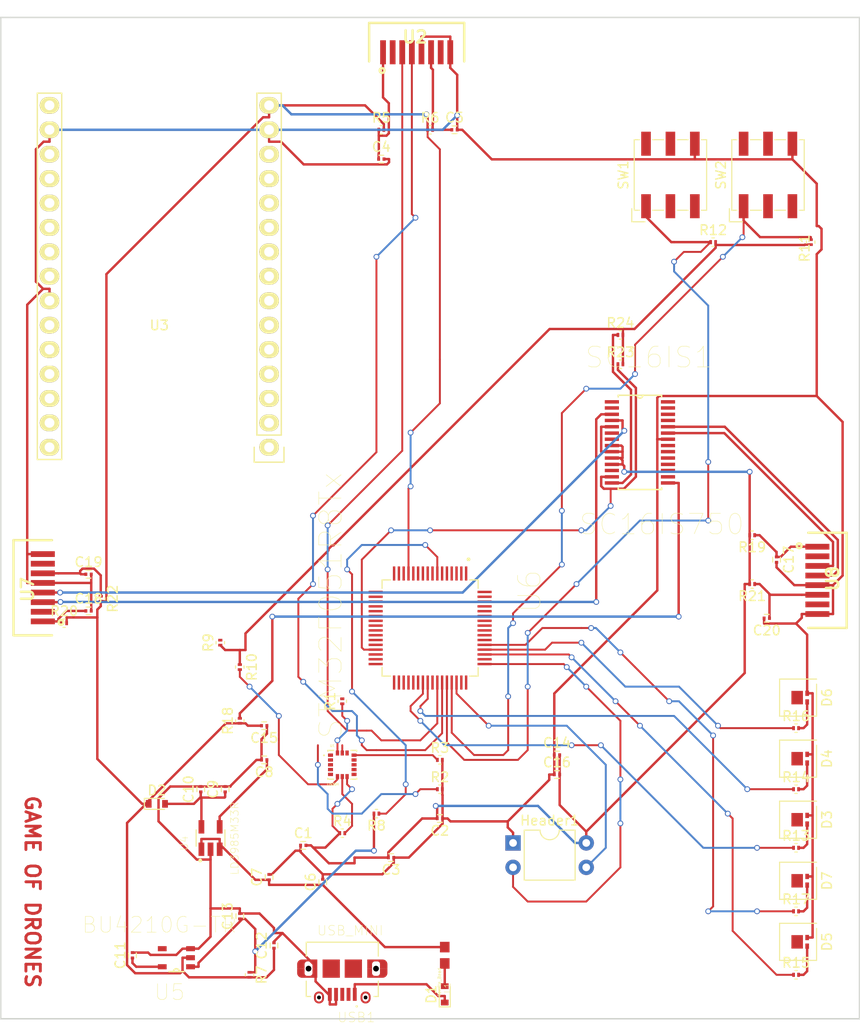
<source format=kicad_pcb>
(kicad_pcb (version 4) (host pcbnew 4.0.7)
  (layers (0 F.Cu signal) (31 B.Cu signal) (34 B.Paste user) (35 F.Paste user) (36 B.SilkS user) (37 F.SilkS user) (38 B.Mask user) (39 F.Mask user hide) (44 Edge.Cuts user))
  (net 0 "")
  (net 1 GND)
  (net 2 VCC)
  (net 3 "Net-(C4-Pad1)")
  (net 4 "Net-(C5-Pad1)")
  (net 5 /Power/5V)
  (net 6 "Net-(C8-Pad1)")
  (net 7 "Net-(C10-Pad1)")
  (net 8 "Net-(C11-Pad1)")
  (net 9 "Net-(C13-Pad1)")
  (net 10 "Net-(C17-Pad1)")
  (net 11 "Net-(C18-Pad1)")
  (net 12 "Net-(C19-Pad1)")
  (net 13 "Net-(C20-Pad1)")
  (net 14 "Net-(D1-Pad1)")
  (net 15 "Net-(D1-Pad2)")
  (net 16 "Net-(D3-Pad2)")
  (net 17 "Net-(D4-Pad2)")
  (net 18 "Net-(D5-Pad2)")
  (net 19 "Net-(D6-Pad2)")
  (net 20 "Net-(D7-Pad2)")
  (net 21 /SYS_SWDIO)
  (net 22 /SYS_SWCLK)
  (net 23 "Net-(R1-Pad1)")
  (net 24 "Net-(R2-Pad1)")
  (net 25 "Net-(R3-Pad1)")
  (net 26 "Net-(R4-Pad2)")
  (net 27 /NRST)
  (net 28 /Microcontroller/VDD)
  (net 29 /I2C1_SCL)
  (net 30 /I2C1_SDA)
  (net 31 /Microcontroller/PA12)
  (net 32 /Microcontroller/PA11)
  (net 33 /Microcontroller/PC8)
  (net 34 /Microcontroller/PC9)
  (net 35 /Microcontroller/PC10)
  (net 36 /Microcontroller/PC11)
  (net 37 /Microcontroller/PC12)
  (net 38 /IrDA_Driver/IRQ)
  (net 39 /I2C2_SCL)
  (net 40 /I2C2_SDA)
  (net 41 "Net-(SC16IS1-Pad1)")
  (net 42 "Net-(SC16IS1-Pad2)")
  (net 43 /IrDA_Driver/TXA)
  (net 44 /IrDA_Driver/RXA)
  (net 45 "Net-(SC16IS1-Pad6)")
  (net 46 "Net-(SC16IS1-Pad7)")
  (net 47 "Net-(SC16IS1-Pad12)")
  (net 48 "Net-(SC16IS1-Pad16)")
  (net 49 "Net-(SC16IS1-Pad17)")
  (net 50 "Net-(SC16IS1-Pad18)")
  (net 51 "Net-(SC16IS1-Pad19)")
  (net 52 "Net-(SC16IS1-Pad20)")
  (net 53 "Net-(SC16IS1-Pad21)")
  (net 54 /IrDA_Driver/TXB)
  (net 55 /IrDA_Driver/RXB)
  (net 56 "Net-(SC16IS1-Pad25)")
  (net 57 "Net-(SC16IS1-Pad26)")
  (net 58 "Net-(SC16IS1-Pad27)")
  (net 59 "Net-(SC16IS1-Pad28)")
  (net 60 "Net-(U1-Pad9)")
  (net 61 /INT2)
  (net 62 "Net-(U2-Pad2)")
  (net 63 /USART1_TX)
  (net 64 /USART1_RX)
  (net 65 "Net-(U2-Pad7)")
  (net 66 "Net-(U3-Pad1)")
  (net 67 "Net-(U3-Pad2)")
  (net 68 "Net-(U3-Pad3)")
  (net 69 "Net-(U3-Pad4)")
  (net 70 "Net-(U3-Pad5)")
  (net 71 "Net-(U3-Pad6)")
  (net 72 "Net-(U3-Pad7)")
  (net 73 "Net-(U3-Pad8)")
  (net 74 "Net-(U3-Pad9)")
  (net 75 "Net-(U3-Pad10)")
  (net 76 "Net-(U3-Pad11)")
  (net 77 "Net-(U3-Pad12)")
  (net 78 "Net-(U3-Pad13)")
  (net 79 /PA5_GPIO)
  (net 80 /USART2_RX)
  (net 81 /USART2_TX)
  (net 82 "Net-(U3-Pad25)")
  (net 83 "Net-(U3-Pad26)")
  (net 84 "Net-(U3-Pad16)")
  (net 85 "Net-(U3-Pad22)")
  (net 86 "Net-(U3-Pad23)")
  (net 87 "Net-(U3-Pad21)")
  (net 88 "Net-(U3-Pad20)")
  (net 89 "Net-(U3-Pad28)")
  (net 90 "Net-(U3-Pad27)")
  (net 91 /PA6_GPIO)
  (net 92 "Net-(U5-Pad4)")
  (net 93 "Net-(U6-Pad18)")
  (net 94 "Net-(U6-Pad19)")
  (net 95 "Net-(U6-Pad20)")
  (net 96 "Net-(U6-Pad24)")
  (net 97 "Net-(U6-Pad25)")
  (net 98 "Net-(U6-Pad26)")
  (net 99 "Net-(U6-Pad27)")
  (net 100 "Net-(U6-Pad28)")
  (net 101 "Net-(U6-Pad50)")
  (net 102 "Net-(U6-Pad54)")
  (net 103 "Net-(U6-Pad55)")
  (net 104 "Net-(U6-Pad56)")
  (net 105 "Net-(U6-Pad57)")
  (net 106 "Net-(U6-Pad60)")
  (net 107 "Net-(U6-Pad61)")
  (net 108 "Net-(U6-Pad62)")
  (net 109 "Net-(U6-Pad2)")
  (net 110 "Net-(U6-Pad3)")
  (net 111 "Net-(U6-Pad4)")
  (net 112 "Net-(U6-Pad5)")
  (net 113 "Net-(U6-Pad6)")
  (net 114 "Net-(U6-Pad8)")
  (net 115 "Net-(U6-Pad9)")
  (net 116 "Net-(U6-Pad10)")
  (net 117 "Net-(U6-Pad11)")
  (net 118 "Net-(U6-Pad14)")
  (net 119 "Net-(U6-Pad15)")
  (net 120 "Net-(U6-Pad33)")
  (net 121 "Net-(U6-Pad34)")
  (net 122 "Net-(U6-Pad35)")
  (net 123 "Net-(U6-Pad36)")
  (net 124 "Net-(U6-Pad37)")
  (net 125 "Net-(U6-Pad38)")
  (net 126 /Microcontroller/INT1)
  (net 127 "Net-(U6-Pad47)")
  (net 128 "Net-(U6-Pad48)")
  (net 129 "Net-(U7-Pad2)")
  (net 130 "Net-(U7-Pad7)")
  (net 131 "Net-(U8-Pad2)")
  (net 132 "Net-(U8-Pad7)")
  (net 133 "Net-(USB1-Pad3)")
  (net 134 "Net-(USB1-Pad2)")
  (module TFDU4101-TR3:TFDU4101-TR3 (layer F.Cu) (at 128.778 44.196)
    (fp_text reference U2 (at 4.76933 -2.54133) (layer F.SilkS) (effects (font (size 1.27 1.27) (thickness 0.254))))
    (fp_text value TFDU4101-TR3 hide)
    (pad 1 smd rect (at 1.45 -0.95) (size 0.6 2.5) (layers F.Cu F.Paste F.Mask) (net 3 "Net-(C4-Pad1)"))
    (pad 2 smd rect (at 2.45 -0.95) (size 0.6 2.5) (layers F.Cu F.Paste F.Mask) (net 62 "Net-(U2-Pad2)"))
    (pad 3 smd rect (at 3.45 -0.95) (size 0.6 2.5) (layers F.Cu F.Paste F.Mask) (net 63 /USART1_TX))
    (pad 4 smd rect (at 4.45 -0.95) (size 0.6 2.5) (layers F.Cu F.Paste F.Mask) (net 64 /USART1_RX))
    (pad 5 smd rect (at 5.45 -0.95) (size 0.6 2.5) (layers F.Cu F.Paste F.Mask) (net 1 GND))
    (pad 6 smd rect (at 6.45 -0.95) (size 0.6 2.5) (layers F.Cu F.Paste F.Mask) (net 4 "Net-(C5-Pad1)"))
    (pad 7 smd rect (at 7.45 -0.95) (size 0.6 2.5) (layers F.Cu F.Paste F.Mask) (net 65 "Net-(U2-Pad7)"))
    (pad 8 smd rect (at 8.45 -0.95) (size 0.6 2.5) (layers F.Cu F.Paste F.Mask) (net 1 GND))
  )
  (module Capacitors_SMD:C_0201 (layer F.Cu) (at 171.196 96.012 270)
    (fp_text reference C17 (at 0 -1.27 270) (layer F.SilkS))
    (fp_text value 0.1u)
    (pad 1 smd rect (at -0.28 0 270) (size 0.3 0.35) (layers F.Cu F.Paste F.Mask) (net 10 "Net-(C17-Pad1)"))
    (pad 2 smd rect (at 0.28 0 270) (size 0.3 0.35) (layers F.Cu F.Paste F.Mask) (net 1 GND))
  )
  (module Resistors_SMD:R_0201 (layer F.Cu) (at 168.656 93.472 180)
    (fp_text reference R19 (at 0 -1.25 180) (layer F.SilkS))
    (fp_text value 47)
    (pad 1 smd rect (at -0.26 0 180) (size 0.28 0.43) (layers F.Cu F.Paste F.Mask) (net 10 "Net-(C17-Pad1)"))
    (pad 2 smd rect (at 0.26 0 180) (size 0.28 0.43) (layers F.Cu F.Paste F.Mask) (net 2 VCC))
  )
  (module Resistors_SMD:R_0201 (layer F.Cu) (at 168.656 98.552 180)
    (fp_text reference R21 (at 0 -1.25 180) (layer F.SilkS))
    (fp_text value 47)
    (pad 1 smd rect (at -0.26 0 180) (size 0.28 0.43) (layers F.Cu F.Paste F.Mask) (net 13 "Net-(C20-Pad1)"))
    (pad 2 smd rect (at 0.26 0 180) (size 0.28 0.43) (layers F.Cu F.Paste F.Mask) (net 2 VCC))
  )
  (module Capacitors_SMD:C_0201 (layer F.Cu) (at 170.18 102.108 180)
    (fp_text reference C20 (at 0 -1.27 180) (layer F.SilkS))
    (fp_text value 4.7u)
    (pad 1 smd rect (at -0.28 0 180) (size 0.3 0.35) (layers F.Cu F.Paste F.Mask) (net 13 "Net-(C20-Pad1)"))
    (pad 2 smd rect (at 0.28 0 180) (size 0.3 0.35) (layers F.Cu F.Paste F.Mask) (net 1 GND))
  )
  (module TFDU4101-TR3:TFDU4101-TR3 (layer F.Cu) (at 174.498 93.218 270)
    (fp_text reference U8 (at 4.76933 -2.54133 270) (layer F.SilkS) (effects (font (size 1.27 1.27) (thickness 0.254))))
    (fp_text value TFDU4101-TR3 hide)
    (pad 1 smd rect (at 1.45 -0.95 270) (size 0.6 2.5) (layers F.Cu F.Paste F.Mask) (net 10 "Net-(C17-Pad1)"))
    (pad 2 smd rect (at 2.45 -0.95 270) (size 0.6 2.5) (layers F.Cu F.Paste F.Mask) (net 131 "Net-(U8-Pad2)"))
    (pad 3 smd rect (at 3.45 -0.95 270) (size 0.6 2.5) (layers F.Cu F.Paste F.Mask) (net 54 /IrDA_Driver/TXB))
    (pad 4 smd rect (at 4.45 -0.95 270) (size 0.6 2.5) (layers F.Cu F.Paste F.Mask) (net 55 /IrDA_Driver/RXB))
    (pad 5 smd rect (at 5.45 -0.95 270) (size 0.6 2.5) (layers F.Cu F.Paste F.Mask) (net 1 GND))
    (pad 6 smd rect (at 6.45 -0.95 270) (size 0.6 2.5) (layers F.Cu F.Paste F.Mask) (net 13 "Net-(C20-Pad1)"))
    (pad 7 smd rect (at 7.45 -0.95 270) (size 0.6 2.5) (layers F.Cu F.Paste F.Mask) (net 132 "Net-(U8-Pad7)"))
    (pad 8 smd rect (at 8.45 -0.95 270) (size 0.6 2.5) (layers F.Cu F.Paste F.Mask) (net 1 GND))
  )
  (module TFDU4101-TR3:TFDU4101-TR3 (layer F.Cu) (at 95.758 103.886 90)
    (fp_text reference U7 (at 4.76933 -2.54133 90) (layer F.SilkS) (effects (font (size 1.27 1.27) (thickness 0.254))))
    (fp_text value TFDU4101-TR3 hide)
    (pad 1 smd rect (at 1.45 -0.95 90) (size 0.6 2.5) (layers F.Cu F.Paste F.Mask) (net 11 "Net-(C18-Pad1)"))
    (pad 2 smd rect (at 2.45 -0.95 90) (size 0.6 2.5) (layers F.Cu F.Paste F.Mask) (net 129 "Net-(U7-Pad2)"))
    (pad 3 smd rect (at 3.45 -0.95 90) (size 0.6 2.5) (layers F.Cu F.Paste F.Mask) (net 43 /IrDA_Driver/TXA))
    (pad 4 smd rect (at 4.45 -0.95 90) (size 0.6 2.5) (layers F.Cu F.Paste F.Mask) (net 44 /IrDA_Driver/RXA))
    (pad 5 smd rect (at 5.45 -0.95 90) (size 0.6 2.5) (layers F.Cu F.Paste F.Mask) (net 1 GND))
    (pad 6 smd rect (at 6.45 -0.95 90) (size 0.6 2.5) (layers F.Cu F.Paste F.Mask) (net 12 "Net-(C19-Pad1)"))
    (pad 7 smd rect (at 7.45 -0.95 90) (size 0.6 2.5) (layers F.Cu F.Paste F.Mask) (net 130 "Net-(U7-Pad7)"))
    (pad 8 smd rect (at 8.45 -0.95 90) (size 0.6 2.5) (layers F.Cu F.Paste F.Mask) (net 1 GND))
  )
  (module Capacitors_SMD:C_0201 (layer F.Cu) (at 99.568 97.536)
    (fp_text reference C19 (at 0 -1.27) (layer F.SilkS))
    (fp_text value 4.7u)
    (pad 1 smd rect (at -0.28 0) (size 0.3 0.35) (layers F.Cu F.Paste F.Mask) (net 12 "Net-(C19-Pad1)"))
    (pad 2 smd rect (at 0.28 0) (size 0.3 0.35) (layers F.Cu F.Paste F.Mask) (net 1 GND))
  )
  (module Capacitors_SMD:C_0201 (layer F.Cu) (at 99.568 101.346)
    (fp_text reference C18 (at 0 -1.27) (layer F.SilkS))
    (fp_text value 0.1u)
    (pad 1 smd rect (at -0.28 0) (size 0.3 0.35) (layers F.Cu F.Paste F.Mask) (net 11 "Net-(C18-Pad1)"))
    (pad 2 smd rect (at 0.28 0) (size 0.3 0.35) (layers F.Cu F.Paste F.Mask) (net 1 GND))
  )
  (module Resistors_SMD:R_0201 (layer F.Cu) (at 97.028 102.616)
    (fp_text reference R20 (at 0 -1.25) (layer F.SilkS))
    (fp_text value 47)
    (pad 1 smd rect (at -0.26 0) (size 0.28 0.43) (layers F.Cu F.Paste F.Mask) (net 11 "Net-(C18-Pad1)"))
    (pad 2 smd rect (at 0.26 0) (size 0.28 0.43) (layers F.Cu F.Paste F.Mask) (net 2 VCC))
  )
  (module Resistors_SMD:R_0201 (layer F.Cu) (at 100.838 100.076 270)
    (fp_text reference R22 (at 0 -1.25 270) (layer F.SilkS))
    (fp_text value 47)
    (pad 1 smd rect (at -0.26 0 270) (size 0.28 0.43) (layers F.Cu F.Paste F.Mask) (net 12 "Net-(C19-Pad1)"))
    (pad 2 smd rect (at 0.26 0 270) (size 0.28 0.43) (layers F.Cu F.Paste F.Mask) (net 2 VCC))
  )
  (module Resistors_SMD:R_0201 (layer F.Cu) (at 173.228 139.192)
    (fp_text reference R15 (at 0 -1.25) (layer F.SilkS))
    (fp_text value 330)
    (pad 1 smd rect (at -0.26 0) (size 0.28 0.43) (layers F.Cu F.Paste F.Mask) (net 35 /Microcontroller/PC10))
    (pad 2 smd rect (at 0.26 0) (size 0.28 0.43) (layers F.Cu F.Paste F.Mask) (net 18 "Net-(D5-Pad2)"))
  )
  (module LEDs:LED-L1T2_LUMILEDS (layer F.Cu) (at 173.863 135.763 90)
    (fp_text reference D5 (at 0 2.58 90) (layer F.SilkS))
    (fp_text value LED)
    (pad 1 smd rect (at 0.45 0.52 90) (size 0.55 0.38) (layers F.Cu F.Paste F.Mask) (net 1 GND))
    (pad 2 smd rect (at -0.45 0.52 90) (size 0.55 0.38) (layers F.Cu F.Paste F.Mask) (net 18 "Net-(D5-Pad2)"))
    (pad 3 smd rect (at 0 -0.52 90) (size 1.4 1.2) (layers F.Cu F.Paste F.Mask))
  )
  (module Capacitors_SMD:C_0201 (layer F.Cu) (at 121.92 125.73)
    (fp_text reference C1 (at 0 -1.27) (layer F.SilkS))
    (fp_text value 100n)
    (pad 1 smd rect (at -0.28 0) (size 0.3 0.35) (layers F.Cu F.Paste F.Mask) (net 1 GND))
    (pad 2 smd rect (at 0.28 0) (size 0.3 0.35) (layers F.Cu F.Paste F.Mask) (net 2 VCC))
  )
  (module Capacitors_SMD:C_0201 (layer F.Cu) (at 136.144 122.936 180)
    (fp_text reference C2 (at 0 -1.27 180) (layer F.SilkS))
    (fp_text value 10u)
    (pad 1 smd rect (at -0.28 0 180) (size 0.3 0.35) (layers F.Cu F.Paste F.Mask) (net 1 GND))
    (pad 2 smd rect (at 0.28 0 180) (size 0.3 0.35) (layers F.Cu F.Paste F.Mask) (net 2 VCC))
  )
  (module Capacitors_SMD:C_0201 (layer F.Cu) (at 131.064 127 180)
    (fp_text reference C3 (at 0 -1.27 180) (layer F.SilkS))
    (fp_text value 100n)
    (pad 1 smd rect (at -0.28 0 180) (size 0.3 0.35) (layers F.Cu F.Paste F.Mask) (net 1 GND))
    (pad 2 smd rect (at 0.28 0 180) (size 0.3 0.35) (layers F.Cu F.Paste F.Mask) (net 2 VCC))
  )
  (module Capacitors_SMD:C_0201 (layer F.Cu) (at 130.048 54.356)
    (fp_text reference C4 (at 0 -1.27) (layer F.SilkS))
    (fp_text value 0.1u)
    (pad 1 smd rect (at -0.28 0) (size 0.3 0.35) (layers F.Cu F.Paste F.Mask) (net 3 "Net-(C4-Pad1)"))
    (pad 2 smd rect (at 0.28 0) (size 0.3 0.35) (layers F.Cu F.Paste F.Mask) (net 1 GND))
  )
  (module Capacitors_SMD:C_0201 (layer F.Cu) (at 137.668 51.308)
    (fp_text reference C5 (at 0 -1.27) (layer F.SilkS))
    (fp_text value 4.7u)
    (pad 1 smd rect (at -0.28 0) (size 0.3 0.35) (layers F.Cu F.Paste F.Mask) (net 4 "Net-(C5-Pad1)"))
    (pad 2 smd rect (at 0.28 0) (size 0.3 0.35) (layers F.Cu F.Paste F.Mask) (net 1 GND))
  )
  (module Capacitors_SMD:C_0201 (layer F.Cu) (at 123.952 129.54 90)
    (fp_text reference C6 (at 0 -1.27 90) (layer F.SilkS))
    (fp_text value 1u)
    (pad 1 smd rect (at -0.28 0 90) (size 0.3 0.35) (layers F.Cu F.Paste F.Mask) (net 5 /Power/5V))
    (pad 2 smd rect (at 0.28 0 90) (size 0.3 0.35) (layers F.Cu F.Paste F.Mask) (net 1 GND))
  )
  (module Capacitors_SMD:C_0201 (layer F.Cu) (at 118.364 129.032 90)
    (fp_text reference C7 (at 0 -1.27 90) (layer F.SilkS))
    (fp_text value 1u)
    (pad 1 smd rect (at -0.28 0 90) (size 0.3 0.35) (layers F.Cu F.Paste F.Mask) (net 5 /Power/5V))
    (pad 2 smd rect (at 0.28 0 90) (size 0.3 0.35) (layers F.Cu F.Paste F.Mask) (net 1 GND))
  )
  (module Capacitors_SMD:C_0201 (layer F.Cu) (at 117.856 116.84 180)
    (fp_text reference C8 (at 0 -1.27 180) (layer F.SilkS))
    (fp_text value 10n)
    (pad 1 smd rect (at -0.28 0 180) (size 0.3 0.35) (layers F.Cu F.Paste F.Mask) (net 6 "Net-(C8-Pad1)"))
    (pad 2 smd rect (at 0.28 0 180) (size 0.3 0.35) (layers F.Cu F.Paste F.Mask) (net 1 GND))
  )
  (module Capacitors_SMD:C_0201 (layer F.Cu) (at 113.792 119.888 90)
    (fp_text reference C9 (at 0 -1.27 90) (layer F.SilkS))
    (fp_text value 1u)
    (pad 1 smd rect (at -0.28 0 90) (size 0.3 0.35) (layers F.Cu F.Paste F.Mask) (net 7 "Net-(C10-Pad1)"))
    (pad 2 smd rect (at 0.28 0 90) (size 0.3 0.35) (layers F.Cu F.Paste F.Mask) (net 1 GND))
  )
  (module Capacitors_SMD:C_0201 (layer F.Cu) (at 111.252 119.888 90)
    (fp_text reference C10 (at 0 -1.27 90) (layer F.SilkS))
    (fp_text value 100n)
    (pad 1 smd rect (at -0.28 0 90) (size 0.3 0.35) (layers F.Cu F.Paste F.Mask) (net 7 "Net-(C10-Pad1)"))
    (pad 2 smd rect (at 0.28 0 90) (size 0.3 0.35) (layers F.Cu F.Paste F.Mask) (net 1 GND))
  )
  (module Capacitors_SMD:C_0201 (layer F.Cu) (at 104.14 137.16 90)
    (fp_text reference C11 (at 0 -1.27 90) (layer F.SilkS))
    (fp_text value 1u)
    (pad 1 smd rect (at -0.28 0 90) (size 0.3 0.35) (layers F.Cu F.Paste F.Mask) (net 8 "Net-(C11-Pad1)"))
    (pad 2 smd rect (at 0.28 0 90) (size 0.3 0.35) (layers F.Cu F.Paste F.Mask) (net 1 GND))
  )
  (module Capacitors_SMD:C_0201 (layer F.Cu) (at 118.872 136.144 90)
    (fp_text reference C12 (at 0 -1.27 90) (layer F.SilkS))
    (fp_text value 1u)
    (pad 1 smd rect (at -0.28 0 90) (size 0.3 0.35) (layers F.Cu F.Paste F.Mask) (net 2 VCC))
    (pad 2 smd rect (at 0.28 0 90) (size 0.3 0.35) (layers F.Cu F.Paste F.Mask) (net 1 GND))
  )
  (module Capacitors_SMD:C_0201 (layer F.Cu) (at 115.316 133.096 90)
    (fp_text reference C13 (at 0 -1.27 90) (layer F.SilkS))
    (fp_text value 1n)
    (pad 1 smd rect (at -0.28 0 90) (size 0.3 0.35) (layers F.Cu F.Paste F.Mask) (net 9 "Net-(C13-Pad1)"))
    (pad 2 smd rect (at 0.28 0 90) (size 0.3 0.35) (layers F.Cu F.Paste F.Mask) (net 1 GND))
  )
  (module Capacitors_SMD:C_0201 (layer F.Cu) (at 148.336 116.332)
    (fp_text reference C14 (at 0 -1.27) (layer F.SilkS))
    (fp_text value 4.7p)
    (pad 1 smd rect (at -0.28 0) (size 0.3 0.35) (layers F.Cu F.Paste F.Mask) (net 1 GND))
    (pad 2 smd rect (at 0.28 0) (size 0.3 0.35) (layers F.Cu F.Paste F.Mask) (net 2 VCC))
  )
  (module Capacitors_SMD:C_0201 (layer F.Cu) (at 117.856 113.284 180)
    (fp_text reference C15 (at 0 -1.27 180) (layer F.SilkS))
    (fp_text value 4.7p)
    (pad 1 smd rect (at -0.28 0 180) (size 0.3 0.35) (layers F.Cu F.Paste F.Mask) (net 1 GND))
    (pad 2 smd rect (at 0.28 0 180) (size 0.3 0.35) (layers F.Cu F.Paste F.Mask) (net 2 VCC))
  )
  (module Capacitors_SMD:C_0201 (layer F.Cu) (at 148.336 118.364)
    (fp_text reference C16 (at 0 -1.27) (layer F.SilkS))
    (fp_text value 1u)
    (pad 1 smd rect (at -0.28 0) (size 0.3 0.35) (layers F.Cu F.Paste F.Mask) (net 1 GND))
    (pad 2 smd rect (at 0.28 0) (size 0.3 0.35) (layers F.Cu F.Paste F.Mask) (net 2 VCC))
  )
  (module Diodes_SMD:D_0603 (layer F.Cu) (at 136.652 141.224 90)
    (fp_text reference D1 (at 0 -1.4 90) (layer F.SilkS))
    (fp_text value D_TVS)
    (pad 1 smd rect (at -0.85 0 90) (size 0.6 0.8) (layers F.Cu F.Paste F.Mask) (net 14 "Net-(D1-Pad1)"))
    (pad 2 smd rect (at 0.85 0 90) (size 0.6 0.8) (layers F.Cu F.Paste F.Mask) (net 15 "Net-(D1-Pad2)"))
  )
  (module Diodes_SMD:D_0603 (layer F.Cu) (at 106.68 121.412)
    (fp_text reference D2 (at 0 -1.4) (layer F.SilkS))
    (fp_text value D_Schottky)
    (pad 1 smd rect (at -0.85 0) (size 0.6 0.8) (layers F.Cu F.Paste F.Mask) (net 2 VCC))
    (pad 2 smd rect (at 0.85 0) (size 0.6 0.8) (layers F.Cu F.Paste F.Mask) (net 7 "Net-(C10-Pad1)"))
  )
  (module LEDs:LED-L1T2_LUMILEDS (layer F.Cu) (at 173.863 123.063 90)
    (fp_text reference D3 (at 0 2.58 90) (layer F.SilkS))
    (fp_text value LED)
    (pad 1 smd rect (at 0.45 0.52 90) (size 0.55 0.38) (layers F.Cu F.Paste F.Mask) (net 1 GND))
    (pad 2 smd rect (at -0.45 0.52 90) (size 0.55 0.38) (layers F.Cu F.Paste F.Mask) (net 16 "Net-(D3-Pad2)"))
    (pad 3 smd rect (at 0 -0.52 90) (size 1.4 1.2) (layers F.Cu F.Paste F.Mask))
  )
  (module LEDs:LED-L1T2_LUMILEDS (layer F.Cu) (at 173.863 116.713 90)
    (fp_text reference D4 (at 0 2.58 90) (layer F.SilkS))
    (fp_text value LED)
    (pad 1 smd rect (at 0.45 0.52 90) (size 0.55 0.38) (layers F.Cu F.Paste F.Mask) (net 1 GND))
    (pad 2 smd rect (at -0.45 0.52 90) (size 0.55 0.38) (layers F.Cu F.Paste F.Mask) (net 17 "Net-(D4-Pad2)"))
    (pad 3 smd rect (at 0 -0.52 90) (size 1.4 1.2) (layers F.Cu F.Paste F.Mask))
  )
  (module LEDs:LED-L1T2_LUMILEDS (layer F.Cu) (at 173.863 110.363 90)
    (fp_text reference D6 (at 0 2.58 90) (layer F.SilkS))
    (fp_text value LED)
    (pad 1 smd rect (at 0.45 0.52 90) (size 0.55 0.38) (layers F.Cu F.Paste F.Mask) (net 1 GND))
    (pad 2 smd rect (at -0.45 0.52 90) (size 0.55 0.38) (layers F.Cu F.Paste F.Mask) (net 19 "Net-(D6-Pad2)"))
    (pad 3 smd rect (at 0 -0.52 90) (size 1.4 1.2) (layers F.Cu F.Paste F.Mask))
  )
  (module LEDs:LED-L1T2_LUMILEDS (layer F.Cu) (at 173.863 129.413 90)
    (fp_text reference D7 (at 0 2.58 90) (layer F.SilkS))
    (fp_text value LED)
    (pad 1 smd rect (at 0.45 0.52 90) (size 0.55 0.38) (layers F.Cu F.Paste F.Mask) (net 1 GND))
    (pad 2 smd rect (at -0.45 0.52 90) (size 0.55 0.38) (layers F.Cu F.Paste F.Mask) (net 20 "Net-(D7-Pad2)"))
    (pad 3 smd rect (at 0 -0.52 90) (size 1.4 1.2) (layers F.Cu F.Paste F.Mask))
  )
  (module Housings_DIP:DIP-4_W7.62mm (layer F.Cu) (at 143.764 125.476)
    (fp_text reference Header1 (at 3.81 -2.33) (layer F.SilkS))
    (fp_text value Header)
    (pad 1 thru_hole rect (at 0 0) (size 1.6 1.6) (drill 0.8) (layers *.Cu *.Mask) (net 1 GND))
    (pad 3 thru_hole oval (at 7.62 2.54) (size 1.6 1.6) (drill 0.8) (layers *.Cu *.Mask) (net 21 /SYS_SWDIO))
    (pad 2 thru_hole oval (at 0 2.54) (size 1.6 1.6) (drill 0.8) (layers *.Cu *.Mask) (net 22 /SYS_SWCLK))
    (pad 4 thru_hole oval (at 7.62 0) (size 1.6 1.6) (drill 0.8) (layers *.Cu *.Mask) (net 2 VCC))
  )
  (module 0603-NO:0603-NO (layer F.Cu) (at 136.652 137.16 270)
    (fp_text reference L1 (at 3.40671 -0.279655 270) (layer F.SilkS) (effects (font (size 0.640585 0.640585) (thickness 0.05))))
    (fp_text value Ferrite_Bead (at 2.79491 0.558981 270) (layer F.SilkS) (effects (font (size 0.320104 0.320104) (thickness 0.05))))
    (pad 1 smd rect (at -0.85 0 270) (size 1.1 1) (layers F.Cu F.Paste F.Mask) (net 5 /Power/5V))
    (pad 2 smd rect (at 0.85 0 270) (size 1.1 1) (layers F.Cu F.Paste F.Mask) (net 15 "Net-(D1-Pad2)"))
  )
  (module Resistors_SMD:R_0201 (layer F.Cu) (at 125.984 110.744 90)
    (fp_text reference R1 (at 0 -1.25 90) (layer F.SilkS))
    (fp_text value 1K)
    (pad 1 smd rect (at -0.26 0 90) (size 0.28 0.43) (layers F.Cu F.Paste F.Mask) (net 23 "Net-(R1-Pad1)"))
    (pad 2 smd rect (at 0.26 0 90) (size 0.28 0.43) (layers F.Cu F.Paste F.Mask) (net 1 GND))
  )
  (module Resistors_SMD:R_0201 (layer F.Cu) (at 136.144 119.888)
    (fp_text reference R2 (at 0 -1.25) (layer F.SilkS))
    (fp_text value 1K)
    (pad 1 smd rect (at -0.26 0) (size 0.28 0.43) (layers F.Cu F.Paste F.Mask) (net 24 "Net-(R2-Pad1)"))
    (pad 2 smd rect (at 0.26 0) (size 0.28 0.43) (layers F.Cu F.Paste F.Mask) (net 1 GND))
  )
  (module Resistors_SMD:R_0201 (layer F.Cu) (at 136.144 116.84)
    (fp_text reference R3 (at 0 -1.25) (layer F.SilkS))
    (fp_text value 1K)
    (pad 1 smd rect (at -0.26 0) (size 0.28 0.43) (layers F.Cu F.Paste F.Mask) (net 25 "Net-(R3-Pad1)"))
    (pad 2 smd rect (at 0.26 0) (size 0.28 0.43) (layers F.Cu F.Paste F.Mask) (net 1 GND))
  )
  (module Resistors_SMD:R_0201 (layer F.Cu) (at 125.984 124.46)
    (fp_text reference R4 (at 0 -1.25) (layer F.SilkS))
    (fp_text value 1K)
    (pad 1 smd rect (at -0.26 0) (size 0.28 0.43) (layers F.Cu F.Paste F.Mask) (net 2 VCC))
    (pad 2 smd rect (at 0.26 0) (size 0.28 0.43) (layers F.Cu F.Paste F.Mask) (net 26 "Net-(R4-Pad2)"))
  )
  (module Resistors_SMD:R_0201 (layer F.Cu) (at 130.048 51.308)
    (fp_text reference R5 (at 0 -1.25) (layer F.SilkS))
    (fp_text value 47)
    (pad 1 smd rect (at -0.26 0) (size 0.28 0.43) (layers F.Cu F.Paste F.Mask) (net 3 "Net-(C4-Pad1)"))
    (pad 2 smd rect (at 0.26 0) (size 0.28 0.43) (layers F.Cu F.Paste F.Mask) (net 2 VCC))
  )
  (module Resistors_SMD:R_0201 (layer F.Cu) (at 135.128 51.308)
    (fp_text reference R6 (at 0 -1.25) (layer F.SilkS))
    (fp_text value 56)
    (pad 1 smd rect (at -0.26 0) (size 0.28 0.43) (layers F.Cu F.Paste F.Mask) (net 2 VCC))
    (pad 2 smd rect (at 0.26 0) (size 0.28 0.43) (layers F.Cu F.Paste F.Mask) (net 4 "Net-(C5-Pad1)"))
  )
  (module Resistors_SMD:R_0201 (layer F.Cu) (at 116.332 139.192 270)
    (fp_text reference R7 (at 0 -1.25 270) (layer F.SilkS))
    (fp_text value R)
    (pad 1 smd rect (at -0.26 0 270) (size 0.28 0.43) (layers F.Cu F.Paste F.Mask) (net 9 "Net-(C13-Pad1)"))
    (pad 2 smd rect (at 0.26 0 270) (size 0.28 0.43) (layers F.Cu F.Paste F.Mask) (net 2 VCC))
  )
  (module Resistors_SMD:R_0201 (layer F.Cu) (at 129.54 122.428 180)
    (fp_text reference R8 (at 0 -1.25 180) (layer F.SilkS))
    (fp_text value R)
    (pad 1 smd rect (at -0.26 0 180) (size 0.28 0.43) (layers F.Cu F.Paste F.Mask) (net 27 /NRST))
    (pad 2 smd rect (at 0.26 0 180) (size 0.28 0.43) (layers F.Cu F.Paste F.Mask) (net 9 "Net-(C13-Pad1)"))
  )
  (module Resistors_SMD:R_0201 (layer F.Cu) (at 113.284 104.648 90)
    (fp_text reference R9 (at 0 -1.25 90) (layer F.SilkS))
    (fp_text value 10K)
    (pad 1 smd rect (at -0.26 0 90) (size 0.28 0.43) (layers F.Cu F.Paste F.Mask) (net 28 /Microcontroller/VDD))
    (pad 2 smd rect (at 0.26 0 90) (size 0.28 0.43) (layers F.Cu F.Paste F.Mask) (net 29 /I2C1_SCL))
  )
  (module Resistors_SMD:R_0201 (layer F.Cu) (at 115.316 107.188 270)
    (fp_text reference R10 (at 0 -1.25 270) (layer F.SilkS))
    (fp_text value 10K)
    (pad 1 smd rect (at -0.26 0 270) (size 0.28 0.43) (layers F.Cu F.Paste F.Mask) (net 28 /Microcontroller/VDD))
    (pad 2 smd rect (at 0.26 0 270) (size 0.28 0.43) (layers F.Cu F.Paste F.Mask) (net 30 /I2C1_SDA))
  )
  (module Resistors_SMD:R_0201 (layer F.Cu) (at 174.752 62.992 270)
    (fp_text reference R11 (at 0.635 0.635 270) (layer F.SilkS))
    (fp_text value 330)
    (pad 1 smd rect (at -0.26 0 270) (size 0.28 0.43) (layers F.Cu F.Paste F.Mask) (net 31 /Microcontroller/PA12))
    (pad 2 smd rect (at 0.26 0 270) (size 0.28 0.43) (layers F.Cu F.Paste F.Mask) (net 28 /Microcontroller/VDD))
  )
  (module Resistors_SMD:R_0201 (layer F.Cu) (at 164.592 62.992)
    (fp_text reference R12 (at 0 -1.25) (layer F.SilkS))
    (fp_text value 330)
    (pad 1 smd rect (at -0.26 0) (size 0.28 0.43) (layers F.Cu F.Paste F.Mask) (net 32 /Microcontroller/PA11))
    (pad 2 smd rect (at 0.26 0) (size 0.28 0.43) (layers F.Cu F.Paste F.Mask) (net 28 /Microcontroller/VDD))
  )
  (module Resistors_SMD:R_0201 (layer F.Cu) (at 173.228 125.984)
    (fp_text reference R13 (at 0 -1.25) (layer F.SilkS))
    (fp_text value 330)
    (pad 1 smd rect (at -0.26 0) (size 0.28 0.43) (layers F.Cu F.Paste F.Mask) (net 33 /Microcontroller/PC8))
    (pad 2 smd rect (at 0.26 0) (size 0.28 0.43) (layers F.Cu F.Paste F.Mask) (net 16 "Net-(D3-Pad2)"))
  )
  (module Resistors_SMD:R_0201 (layer F.Cu) (at 173.228 119.888)
    (fp_text reference R14 (at 0 -1.25) (layer F.SilkS))
    (fp_text value 330)
    (pad 1 smd rect (at -0.26 0) (size 0.28 0.43) (layers F.Cu F.Paste F.Mask) (net 34 /Microcontroller/PC9))
    (pad 2 smd rect (at 0.26 0) (size 0.28 0.43) (layers F.Cu F.Paste F.Mask) (net 17 "Net-(D4-Pad2)"))
  )
  (module Resistors_SMD:R_0201 (layer F.Cu) (at 173.228 113.538)
    (fp_text reference R16 (at 0 -1.25) (layer F.SilkS))
    (fp_text value 330)
    (pad 1 smd rect (at -0.26 0) (size 0.28 0.43) (layers F.Cu F.Paste F.Mask) (net 36 /Microcontroller/PC11))
    (pad 2 smd rect (at 0.26 0) (size 0.28 0.43) (layers F.Cu F.Paste F.Mask) (net 19 "Net-(D6-Pad2)"))
  )
  (module Resistors_SMD:R_0201 (layer F.Cu) (at 173.228 132.588)
    (fp_text reference R17 (at 0 -1.25) (layer F.SilkS))
    (fp_text value 330)
    (pad 1 smd rect (at -0.26 0) (size 0.28 0.43) (layers F.Cu F.Paste F.Mask) (net 37 /Microcontroller/PC12))
    (pad 2 smd rect (at 0.26 0) (size 0.28 0.43) (layers F.Cu F.Paste F.Mask) (net 20 "Net-(D7-Pad2)"))
  )
  (module Resistors_SMD:R_0201 (layer F.Cu) (at 115.316 112.776 90)
    (fp_text reference R18 (at 0 -1.25 90) (layer F.SilkS))
    (fp_text value 1K)
    (pad 1 smd rect (at -0.26 0 90) (size 0.28 0.43) (layers F.Cu F.Paste F.Mask) (net 2 VCC))
    (pad 2 smd rect (at 0.26 0 90) (size 0.28 0.43) (layers F.Cu F.Paste F.Mask) (net 38 /IrDA_Driver/IRQ))
  )
  (module Resistors_SMD:R_0201 (layer F.Cu) (at 154.94 75.692)
    (fp_text reference R23 (at 0 -1.25) (layer F.SilkS))
    (fp_text value 10K)
    (pad 1 smd rect (at -0.26 0) (size 0.28 0.43) (layers F.Cu F.Paste F.Mask) (net 39 /I2C2_SCL))
    (pad 2 smd rect (at 0.26 0) (size 0.28 0.43) (layers F.Cu F.Paste F.Mask) (net 28 /Microcontroller/VDD))
  )
  (module Resistors_SMD:R_0201 (layer F.Cu) (at 154.94 72.644)
    (fp_text reference R24 (at 0 -1.25) (layer F.SilkS))
    (fp_text value 10K)
    (pad 1 smd rect (at -0.26 0) (size 0.28 0.43) (layers F.Cu F.Paste F.Mask) (net 40 /I2C2_SDA))
    (pad 2 smd rect (at 0.26 0) (size 0.28 0.43) (layers F.Cu F.Paste F.Mask) (net 28 /Microcontroller/VDD))
  )
  (module SOP65P640X110-28N:SOP65P640X110-28N (layer F.Cu) (at 156.972 83.82)
    (fp_text reference SC16IS1 (at 0.931168 -8.84523) (layer F.SilkS) (effects (font (size 2.14709 2.14709) (thickness 0.05))))
    (fp_text value SC16IS750 (at 2.27011 8.5213) (layer F.SilkS) (effects (font (size 2.12429 2.12429) (thickness 0.05))))
    (pad 1 smd rect (at -2.921 -4.2164) (size 1.4732 0.3556) (layers F.Cu F.Paste F.Mask) (net 41 "Net-(SC16IS1-Pad1)"))
    (pad 2 smd rect (at -2.921 -3.5814) (size 1.4732 0.3556) (layers F.Cu F.Paste F.Mask) (net 42 "Net-(SC16IS1-Pad2)"))
    (pad 3 smd rect (at -2.921 -2.921) (size 1.4732 0.3556) (layers F.Cu F.Paste F.Mask) (net 43 /IrDA_Driver/TXA))
    (pad 4 smd rect (at -2.921 -2.286) (size 1.4732 0.3556) (layers F.Cu F.Paste F.Mask) (net 44 /IrDA_Driver/RXA))
    (pad 5 smd rect (at -2.921 -1.6256) (size 1.4732 0.3556) (layers F.Cu F.Paste F.Mask) (net 2 VCC))
    (pad 6 smd rect (at -2.921 -0.9652) (size 1.4732 0.3556) (layers F.Cu F.Paste F.Mask) (net 45 "Net-(SC16IS1-Pad6)"))
    (pad 7 smd rect (at -2.921 -0.3302) (size 1.4732 0.3556) (layers F.Cu F.Paste F.Mask) (net 46 "Net-(SC16IS1-Pad7)"))
    (pad 8 smd rect (at -2.921 0.3302) (size 1.4732 0.3556) (layers F.Cu F.Paste F.Mask) (net 2 VCC))
    (pad 9 smd rect (at -2.921 0.9652) (size 1.4732 0.3556) (layers F.Cu F.Paste F.Mask) (net 2 VCC))
    (pad 10 smd rect (at -2.921 1.6256) (size 1.4732 0.3556) (layers F.Cu F.Paste F.Mask) (net 2 VCC))
    (pad 11 smd rect (at -2.921 2.286) (size 1.4732 0.3556) (layers F.Cu F.Paste F.Mask) (net 2 VCC))
    (pad 12 smd rect (at -2.921 2.921) (size 1.4732 0.3556) (layers F.Cu F.Paste F.Mask) (net 47 "Net-(SC16IS1-Pad12)"))
    (pad 13 smd rect (at -2.921 3.5814) (size 1.4732 0.3556) (layers F.Cu F.Paste F.Mask) (net 39 /I2C2_SCL))
    (pad 14 smd rect (at -2.921 4.2164) (size 1.4732 0.3556) (layers F.Cu F.Paste F.Mask) (net 40 /I2C2_SDA))
    (pad 15 smd rect (at 2.921 4.2164) (size 1.4732 0.3556) (layers F.Cu F.Paste F.Mask) (net 38 /IrDA_Driver/IRQ))
    (pad 16 smd rect (at 2.921 3.5814) (size 1.4732 0.3556) (layers F.Cu F.Paste F.Mask) (net 48 "Net-(SC16IS1-Pad16)"))
    (pad 17 smd rect (at 2.921 2.921) (size 1.4732 0.3556) (layers F.Cu F.Paste F.Mask) (net 49 "Net-(SC16IS1-Pad17)"))
    (pad 18 smd rect (at 2.921 2.286) (size 1.4732 0.3556) (layers F.Cu F.Paste F.Mask) (net 50 "Net-(SC16IS1-Pad18)"))
    (pad 19 smd rect (at 2.921 1.6256) (size 1.4732 0.3556) (layers F.Cu F.Paste F.Mask) (net 51 "Net-(SC16IS1-Pad19)"))
    (pad 20 smd rect (at 2.921 0.9652) (size 1.4732 0.3556) (layers F.Cu F.Paste F.Mask) (net 52 "Net-(SC16IS1-Pad20)"))
    (pad 21 smd rect (at 2.921 0.3302) (size 1.4732 0.3556) (layers F.Cu F.Paste F.Mask) (net 53 "Net-(SC16IS1-Pad21)"))
    (pad 22 smd rect (at 2.921 -0.3302) (size 1.4732 0.3556) (layers F.Cu F.Paste F.Mask) (net 1 GND))
    (pad 23 smd rect (at 2.921 -0.9652) (size 1.4732 0.3556) (layers F.Cu F.Paste F.Mask) (net 54 /IrDA_Driver/TXB))
    (pad 24 smd rect (at 2.921 -1.6256) (size 1.4732 0.3556) (layers F.Cu F.Paste F.Mask) (net 55 /IrDA_Driver/RXB))
    (pad 25 smd rect (at 2.921 -2.286) (size 1.4732 0.3556) (layers F.Cu F.Paste F.Mask) (net 56 "Net-(SC16IS1-Pad25)"))
    (pad 26 smd rect (at 2.921 -2.921) (size 1.4732 0.3556) (layers F.Cu F.Paste F.Mask) (net 57 "Net-(SC16IS1-Pad26)"))
    (pad 27 smd rect (at 2.921 -3.5814) (size 1.4732 0.3556) (layers F.Cu F.Paste F.Mask) (net 58 "Net-(SC16IS1-Pad27)"))
    (pad 28 smd rect (at 2.921 -4.2164) (size 1.4732 0.3556) (layers F.Cu F.Paste F.Mask) (net 59 "Net-(SC16IS1-Pad28)"))
  )
  (module Buttons_Switches_SMD:Nidec_Copal_SH-7010A (layer F.Cu) (at 160.147 56.007 90)
    (fp_text reference SW1 (at 0 -4.9 90) (layer F.SilkS))
    (fp_text value SW_Push)
    (pad 1 smd rect (at -3.25 -2.54 90) (size 2.5 1) (layers F.Cu F.Paste F.Mask) (net 32 /Microcontroller/PA11))
    (pad 8 smd rect (at 3.25 -2.54 90) (size 2.5 1) (layers F.Cu F.Paste F.Mask))
    (pad C smd rect (at -3.25 0 90) (size 2.5 1) (layers F.Cu F.Paste F.Mask))
    (pad C smd rect (at 3.25 0 90) (size 2.5 1) (layers F.Cu F.Paste F.Mask))
    (pad 4 smd rect (at -3.25 2.54 90) (size 2.5 1) (layers F.Cu F.Paste F.Mask))
    (pad 2 smd rect (at 3.25 2.54 90) (size 2.5 1) (layers F.Cu F.Paste F.Mask) (net 1 GND))
  )
  (module Buttons_Switches_SMD:Nidec_Copal_SH-7010A (layer F.Cu) (at 170.307 56.007 90)
    (fp_text reference SW2 (at 0 -4.9 90) (layer F.SilkS))
    (fp_text value SW_Push)
    (pad 1 smd rect (at -3.25 -2.54 90) (size 2.5 1) (layers F.Cu F.Paste F.Mask) (net 31 /Microcontroller/PA12))
    (pad 8 smd rect (at 3.25 -2.54 90) (size 2.5 1) (layers F.Cu F.Paste F.Mask))
    (pad C smd rect (at -3.25 0 90) (size 2.5 1) (layers F.Cu F.Paste F.Mask))
    (pad C smd rect (at 3.25 0 90) (size 2.5 1) (layers F.Cu F.Paste F.Mask))
    (pad 4 smd rect (at -3.25 2.54 90) (size 2.5 1) (layers F.Cu F.Paste F.Mask))
    (pad 2 smd rect (at 3.25 2.54 90) (size 2.5 1) (layers F.Cu F.Paste F.Mask) (net 1 GND))
  )
  (module PQFN50P300X300X100-16N (layer F.Cu) (at 125.984 117.348)
    (fp_text reference U1 (at -1.04297 -1.97939) (layer F.SilkS) (effects (font (size 0.240363 0.240363) (thickness 0.05))))
    (fp_text value LIS3DH (at -0.969015 2.03072) (layer F.SilkS) (effects (font (size 0.240251 0.240251) (thickness 0.05))))
    (pad 1 smd rect (at -1.225 -1) (size 0.52 0.35) (layers F.Cu F.Paste F.Mask) (net 2 VCC))
    (pad 2 smd rect (at -1.225 -0.5) (size 0.52 0.35) (layers F.Cu F.Paste F.Mask))
    (pad 3 smd rect (at -1.225 0) (size 0.52 0.35) (layers F.Cu F.Paste F.Mask))
    (pad 4 smd rect (at -1.225 0.5) (size 0.52 0.35) (layers F.Cu F.Paste F.Mask) (net 29 /I2C1_SCL))
    (pad 5 smd rect (at -1.225 1) (size 0.52 0.35) (layers F.Cu F.Paste F.Mask) (net 1 GND))
    (pad 6 smd rect (at -0.5 1.225 90) (size 0.52 0.35) (layers F.Cu F.Paste F.Mask) (net 30 /I2C1_SDA))
    (pad 7 smd rect (at 0 1.225 90) (size 0.52 0.35) (layers F.Cu F.Paste F.Mask) (net 26 "Net-(R4-Pad2)"))
    (pad 8 smd rect (at 0.5 1.225 90) (size 0.52 0.35) (layers F.Cu F.Paste F.Mask) (net 2 VCC))
    (pad 9 smd rect (at 1.225 1 180) (size 0.52 0.35) (layers F.Cu F.Paste F.Mask) (net 60 "Net-(U1-Pad9)"))
    (pad 10 smd rect (at 1.225 0.5 180) (size 0.52 0.35) (layers F.Cu F.Paste F.Mask) (net 1 GND))
    (pad 11 smd rect (at 1.225 0 180) (size 0.52 0.35) (layers F.Cu F.Paste F.Mask) (net 61 /INT2))
    (pad 12 smd rect (at 1.225 -0.5 180) (size 0.52 0.35) (layers F.Cu F.Paste F.Mask) (net 1 GND))
    (pad 13 smd rect (at 1.225 -1 180) (size 0.52 0.35) (layers F.Cu F.Paste F.Mask) (net 25 "Net-(R3-Pad1)"))
    (pad 14 smd rect (at 0.5 -1.225 90) (size 0.52 0.35) (layers F.Cu F.Paste F.Mask) (net 2 VCC))
    (pad 15 smd rect (at 0 -1.225 90) (size 0.52 0.35) (layers F.Cu F.Paste F.Mask) (net 24 "Net-(R2-Pad1)"))
    (pad 16 smd rect (at -0.5 -1.225 90) (size 0.52 0.35) (layers F.Cu F.Paste F.Mask) (net 23 "Net-(R1-Pad1)"))
  )
  (module nodemcu:NodeMCU_Amica_R2 (layer F.Cu) (at 118.364 84.328 180)
    (fp_text reference U3 (at 11.43 12.68 180) (layer F.SilkS))
    (fp_text value NodeMCU_Amica_R2)
    (pad 1 thru_hole oval (at 0 0 180) (size 2.032 1.7272) (drill 1.016) (layers *.Cu *.Mask F.SilkS) (net 66 "Net-(U3-Pad1)"))
    (pad 2 thru_hole oval (at 0 2.54 180) (size 2.032 1.7272) (drill 1.016) (layers *.Cu *.Mask F.SilkS) (net 67 "Net-(U3-Pad2)"))
    (pad 3 thru_hole oval (at 0 5.08 180) (size 2.032 1.7272) (drill 1.016) (layers *.Cu *.Mask F.SilkS) (net 68 "Net-(U3-Pad3)"))
    (pad 4 thru_hole oval (at 0 7.62 180) (size 2.032 1.7272) (drill 1.016) (layers *.Cu *.Mask F.SilkS) (net 69 "Net-(U3-Pad4)"))
    (pad 5 thru_hole oval (at 0 10.16 180) (size 2.032 1.7272) (drill 1.016) (layers *.Cu *.Mask F.SilkS) (net 70 "Net-(U3-Pad5)"))
    (pad 6 thru_hole oval (at 0 12.7 180) (size 2.032 1.7272) (drill 1.016) (layers *.Cu *.Mask F.SilkS) (net 71 "Net-(U3-Pad6)"))
    (pad 7 thru_hole oval (at 0 15.24 180) (size 2.032 1.7272) (drill 1.016) (layers *.Cu *.Mask F.SilkS) (net 72 "Net-(U3-Pad7)"))
    (pad 8 thru_hole oval (at 0 17.78 180) (size 2.032 1.7272) (drill 1.016) (layers *.Cu *.Mask F.SilkS) (net 73 "Net-(U3-Pad8)"))
    (pad 9 thru_hole oval (at 0 20.32 180) (size 2.032 1.7272) (drill 1.016) (layers *.Cu *.Mask F.SilkS) (net 74 "Net-(U3-Pad9)"))
    (pad 10 thru_hole oval (at 0 22.86 180) (size 2.032 1.7272) (drill 1.016) (layers *.Cu *.Mask F.SilkS) (net 75 "Net-(U3-Pad10)"))
    (pad 11 thru_hole oval (at 0 25.4 180) (size 2.032 1.7272) (drill 1.016) (layers *.Cu *.Mask F.SilkS) (net 76 "Net-(U3-Pad11)"))
    (pad 12 thru_hole oval (at 0 27.94 180) (size 2.032 1.7272) (drill 1.016) (layers *.Cu *.Mask F.SilkS) (net 77 "Net-(U3-Pad12)"))
    (pad 13 thru_hole oval (at 0 30.48 180) (size 2.032 1.7272) (drill 1.016) (layers *.Cu *.Mask F.SilkS) (net 78 "Net-(U3-Pad13)"))
    (pad 14 thru_hole oval (at 0 33.02 180) (size 2.032 1.7272) (drill 1.016) (layers *.Cu *.Mask F.SilkS) (net 1 GND))
    (pad 15 thru_hole oval (at 0 35.56 180) (size 2.032 1.7272) (drill 1.016) (layers *.Cu *.Mask F.SilkS) (net 2 VCC))
    (pad 30 thru_hole oval (at 22.86 0 180) (size 2.032 1.7272) (drill 1.016) (layers *.Cu *.Mask F.SilkS) (net 79 /PA5_GPIO))
    (pad 18 thru_hole oval (at 22.86 30.48 180) (size 2.032 1.7272) (drill 1.016) (layers *.Cu *.Mask F.SilkS) (net 80 /USART2_RX))
    (pad 17 thru_hole oval (at 22.86 33.02 180) (size 2.032 1.7272) (drill 1.016) (layers *.Cu *.Mask F.SilkS) (net 1 GND))
    (pad 19 thru_hole oval (at 22.86 27.94 180) (size 2.032 1.7272) (drill 1.016) (layers *.Cu *.Mask F.SilkS) (net 81 /USART2_TX))
    (pad 25 thru_hole oval (at 22.86 12.7 180) (size 2.032 1.7272) (drill 1.016) (layers *.Cu *.Mask F.SilkS) (net 82 "Net-(U3-Pad25)"))
    (pad 26 thru_hole oval (at 22.86 10.16 180) (size 2.032 1.7272) (drill 1.016) (layers *.Cu *.Mask F.SilkS) (net 83 "Net-(U3-Pad26)"))
    (pad 24 thru_hole oval (at 22.86 15.24 180) (size 2.032 1.7272) (drill 1.016) (layers *.Cu *.Mask F.SilkS) (net 1 GND))
    (pad 16 thru_hole oval (at 22.86 35.56 180) (size 2.032 1.7272) (drill 1.016) (layers *.Cu *.Mask F.SilkS) (net 84 "Net-(U3-Pad16)"))
    (pad 22 thru_hole oval (at 22.86 20.32 180) (size 2.032 1.7272) (drill 1.016) (layers *.Cu *.Mask F.SilkS) (net 85 "Net-(U3-Pad22)"))
    (pad 23 thru_hole oval (at 22.86 17.78 180) (size 2.032 1.7272) (drill 1.016) (layers *.Cu *.Mask F.SilkS) (net 86 "Net-(U3-Pad23)"))
    (pad 21 thru_hole oval (at 22.86 22.86 180) (size 2.032 1.7272) (drill 1.016) (layers *.Cu *.Mask F.SilkS) (net 87 "Net-(U3-Pad21)"))
    (pad 20 thru_hole oval (at 22.86 25.4 180) (size 2.032 1.7272) (drill 1.016) (layers *.Cu *.Mask F.SilkS) (net 88 "Net-(U3-Pad20)"))
    (pad 28 thru_hole oval (at 22.86 5.08 180) (size 2.032 1.7272) (drill 1.016) (layers *.Cu *.Mask F.SilkS) (net 89 "Net-(U3-Pad28)"))
    (pad 27 thru_hole oval (at 22.86 7.62 180) (size 2.032 1.7272) (drill 1.016) (layers *.Cu *.Mask F.SilkS) (net 90 "Net-(U3-Pad27)"))
    (pad 29 thru_hole oval (at 22.86 2.54 180) (size 2.032 1.7272) (drill 1.016) (layers *.Cu *.Mask F.SilkS) (net 91 /PA6_GPIO))
    (pad "" np_thru_hole circle (at 0.8 39.38 180) (size 3.2 3.2) (drill 3.2) (layers *.Cu *.Mask))
    (pad "" np_thru_hole circle (at 22 39.38 180) (size 3.2 3.2) (drill 3.2) (layers *.Cu *.Mask))
    (pad "" np_thru_hole circle (at 22 -4.25 180) (size 3.2 3.2) (drill 3.2) (layers *.Cu *.Mask))
    (pad "" np_thru_hole circle (at 0.75 -4.25 180) (size 3.2 3.2) (drill 3.2) (layers *.Cu *.Mask))
  )
  (module SOT95P280X145-5N:SOT95P280X145-5N (layer F.Cu) (at 112.268 124.968 90)
    (fp_text reference U4 (at -0.541097 -2.74555 90) (layer F.SilkS) (effects (font (size 0.788995 0.788995) (thickness 0.05))))
    (fp_text value LD3985M33R (at -0.040113 2.51736 90) (layer F.SilkS) (effects (font (size 0.789714 0.789714) (thickness 0.05))))
    (pad 1 smd rect (at -1.165 -0.95) (size 0.6 1.39) (layers F.Cu F.Paste F.Mask) (net 5 /Power/5V))
    (pad 2 smd rect (at -1.165 0) (size 0.6 1.39) (layers F.Cu F.Paste F.Mask) (net 1 GND))
    (pad 3 smd rect (at -1.165 0.95) (size 0.6 1.39) (layers F.Cu F.Paste F.Mask) (net 5 /Power/5V))
    (pad 4 smd rect (at 1.165 0.95) (size 0.6 1.39) (layers F.Cu F.Paste F.Mask) (net 6 "Net-(C8-Pad1)"))
    (pad 5 smd rect (at 1.165 -0.95) (size 0.6 1.39) (layers F.Cu F.Paste F.Mask) (net 7 "Net-(C10-Pad1)"))
  )
  (module BU4210G-TR:SOT95P280X125-5N (layer F.Cu) (at 108.712 137.414 180)
    (fp_text reference U5 (at 0.712482 -3.58784 180) (layer F.SilkS) (effects (font (size 1.64295 1.64295) (thickness 0.05))))
    (fp_text value BU4210G-TR (at 1.75781 3.41374 180) (layer F.SilkS) (effects (font (size 1.64488 1.64488) (thickness 0.05))))
    (pad 1 smd rect (at -1.4732 -0.9398 180) (size 0.9144 0.5334) (layers F.Cu F.Paste F.Mask) (net 9 "Net-(C13-Pad1)"))
    (pad 2 smd rect (at -1.4732 0 180) (size 0.9144 0.5334) (layers F.Cu F.Paste F.Mask) (net 2 VCC))
    (pad 3 smd rect (at -1.4732 0.9398 180) (size 0.9144 0.5334) (layers F.Cu F.Paste F.Mask) (net 1 GND))
    (pad 4 smd rect (at 1.4732 0.9398 180) (size 0.9144 0.5334) (layers F.Cu F.Paste F.Mask) (net 92 "Net-(U5-Pad4)"))
    (pad 5 smd rect (at 1.4732 -0.9398 180) (size 0.9144 0.5334) (layers F.Cu F.Paste F.Mask) (net 8 "Net-(C11-Pad1)"))
  )
  (module QFP50P1200X1200X160-64N:QFP50P1200X1200X160-64N (layer F.Cu) (at 135.128 103.124 270)
    (fp_text reference U6 (at -3.82093 -10.3572 270) (layer F.SilkS) (effects (font (size 2.32465 2.32465) (thickness 0.05))))
    (fp_text value STM32F051R8Tx (at -2.33861 10.3423 270) (layer F.SilkS) (effects (font (size 2.3225 2.3225) (thickness 0.05))))
    (pad 17 smd rect (at -3.75 5.67) (size 1.47 0.25) (layers F.Cu F.Paste F.Mask) (net 80 /USART2_RX))
    (pad 18 smd rect (at -3.25 5.67) (size 1.47 0.25) (layers F.Cu F.Paste F.Mask) (net 93 "Net-(U6-Pad18)"))
    (pad 19 smd rect (at -2.75 5.67) (size 1.47 0.25) (layers F.Cu F.Paste F.Mask) (net 94 "Net-(U6-Pad19)"))
    (pad 20 smd rect (at -2.25 5.67) (size 1.47 0.25) (layers F.Cu F.Paste F.Mask) (net 95 "Net-(U6-Pad20)"))
    (pad 21 smd rect (at -1.75 5.67) (size 1.47 0.25) (layers F.Cu F.Paste F.Mask) (net 79 /PA5_GPIO))
    (pad 22 smd rect (at -1.25 5.67) (size 1.47 0.25) (layers F.Cu F.Paste F.Mask) (net 91 /PA6_GPIO))
    (pad 23 smd rect (at -0.75 5.67) (size 1.47 0.25) (layers F.Cu F.Paste F.Mask) (net 61 /INT2))
    (pad 24 smd rect (at -0.25 5.67) (size 1.47 0.25) (layers F.Cu F.Paste F.Mask) (net 96 "Net-(U6-Pad24)"))
    (pad 25 smd rect (at 0.25 5.67) (size 1.47 0.25) (layers F.Cu F.Paste F.Mask) (net 97 "Net-(U6-Pad25)"))
    (pad 26 smd rect (at 0.75 5.67) (size 1.47 0.25) (layers F.Cu F.Paste F.Mask) (net 98 "Net-(U6-Pad26)"))
    (pad 27 smd rect (at 1.25 5.67) (size 1.47 0.25) (layers F.Cu F.Paste F.Mask) (net 99 "Net-(U6-Pad27)"))
    (pad 28 smd rect (at 1.75 5.67) (size 1.47 0.25) (layers F.Cu F.Paste F.Mask) (net 100 "Net-(U6-Pad28)"))
    (pad 29 smd rect (at 2.25 5.67) (size 1.47 0.25) (layers F.Cu F.Paste F.Mask) (net 39 /I2C2_SCL))
    (pad 30 smd rect (at 2.75 5.67) (size 1.47 0.25) (layers F.Cu F.Paste F.Mask) (net 40 /I2C2_SDA))
    (pad 31 smd rect (at 3.25 5.67) (size 1.47 0.25) (layers F.Cu F.Paste F.Mask) (net 1 GND))
    (pad 32 smd rect (at 3.75 5.67) (size 1.47 0.25) (layers F.Cu F.Paste F.Mask) (net 2 VCC))
    (pad 49 smd rect (at 3.75 -5.67) (size 1.47 0.25) (layers F.Cu F.Paste F.Mask) (net 22 /SYS_SWCLK))
    (pad 50 smd rect (at 3.25 -5.67) (size 1.47 0.25) (layers F.Cu F.Paste F.Mask) (net 101 "Net-(U6-Pad50)"))
    (pad 51 smd rect (at 2.75 -5.67) (size 1.47 0.25) (layers F.Cu F.Paste F.Mask) (net 35 /Microcontroller/PC10))
    (pad 52 smd rect (at 2.25 -5.67) (size 1.47 0.25) (layers F.Cu F.Paste F.Mask) (net 36 /Microcontroller/PC11))
    (pad 53 smd rect (at 1.75 -5.67) (size 1.47 0.25) (layers F.Cu F.Paste F.Mask) (net 37 /Microcontroller/PC12))
    (pad 54 smd rect (at 1.25 -5.67) (size 1.47 0.25) (layers F.Cu F.Paste F.Mask) (net 102 "Net-(U6-Pad54)"))
    (pad 55 smd rect (at 0.75 -5.67) (size 1.47 0.25) (layers F.Cu F.Paste F.Mask) (net 103 "Net-(U6-Pad55)"))
    (pad 56 smd rect (at 0.25 -5.67) (size 1.47 0.25) (layers F.Cu F.Paste F.Mask) (net 104 "Net-(U6-Pad56)"))
    (pad 57 smd rect (at -0.25 -5.67) (size 1.47 0.25) (layers F.Cu F.Paste F.Mask) (net 105 "Net-(U6-Pad57)"))
    (pad 58 smd rect (at -0.75 -5.67) (size 1.47 0.25) (layers F.Cu F.Paste F.Mask) (net 29 /I2C1_SCL))
    (pad 59 smd rect (at -1.25 -5.67) (size 1.47 0.25) (layers F.Cu F.Paste F.Mask) (net 30 /I2C1_SDA))
    (pad 60 smd rect (at -1.75 -5.67) (size 1.47 0.25) (layers F.Cu F.Paste F.Mask) (net 106 "Net-(U6-Pad60)"))
    (pad 61 smd rect (at -2.25 -5.67) (size 1.47 0.25) (layers F.Cu F.Paste F.Mask) (net 107 "Net-(U6-Pad61)"))
    (pad 62 smd rect (at -2.75 -5.67) (size 1.47 0.25) (layers F.Cu F.Paste F.Mask) (net 108 "Net-(U6-Pad62)"))
    (pad 63 smd rect (at -3.25 -5.67) (size 1.47 0.25) (layers F.Cu F.Paste F.Mask) (net 1 GND))
    (pad 64 smd rect (at -3.75 -5.67) (size 1.47 0.25) (layers F.Cu F.Paste F.Mask) (net 2 VCC))
    (pad 1 smd rect (at -5.67 -3.75 270) (size 1.47 0.25) (layers F.Cu F.Paste F.Mask) (net 2 VCC))
    (pad 2 smd rect (at -5.67 -3.25 270) (size 1.47 0.25) (layers F.Cu F.Paste F.Mask) (net 109 "Net-(U6-Pad2)"))
    (pad 3 smd rect (at -5.67 -2.75 270) (size 1.47 0.25) (layers F.Cu F.Paste F.Mask) (net 110 "Net-(U6-Pad3)"))
    (pad 4 smd rect (at -5.67 -2.25 270) (size 1.47 0.25) (layers F.Cu F.Paste F.Mask) (net 111 "Net-(U6-Pad4)"))
    (pad 5 smd rect (at -5.67 -1.75 270) (size 1.47 0.25) (layers F.Cu F.Paste F.Mask) (net 112 "Net-(U6-Pad5)"))
    (pad 6 smd rect (at -5.67 -1.25 270) (size 1.47 0.25) (layers F.Cu F.Paste F.Mask) (net 113 "Net-(U6-Pad6)"))
    (pad 7 smd rect (at -5.67 -0.75 270) (size 1.47 0.25) (layers F.Cu F.Paste F.Mask) (net 27 /NRST))
    (pad 8 smd rect (at -5.67 -0.25 270) (size 1.47 0.25) (layers F.Cu F.Paste F.Mask) (net 114 "Net-(U6-Pad8)"))
    (pad 9 smd rect (at -5.67 0.25 270) (size 1.47 0.25) (layers F.Cu F.Paste F.Mask) (net 115 "Net-(U6-Pad9)"))
    (pad 10 smd rect (at -5.67 0.75 270) (size 1.47 0.25) (layers F.Cu F.Paste F.Mask) (net 116 "Net-(U6-Pad10)"))
    (pad 11 smd rect (at -5.67 1.25 270) (size 1.47 0.25) (layers F.Cu F.Paste F.Mask) (net 117 "Net-(U6-Pad11)"))
    (pad 12 smd rect (at -5.67 1.75 270) (size 1.47 0.25) (layers F.Cu F.Paste F.Mask) (net 1 GND))
    (pad 13 smd rect (at -5.67 2.25 270) (size 1.47 0.25) (layers F.Cu F.Paste F.Mask) (net 2 VCC))
    (pad 14 smd rect (at -5.67 2.75 270) (size 1.47 0.25) (layers F.Cu F.Paste F.Mask) (net 118 "Net-(U6-Pad14)"))
    (pad 15 smd rect (at -5.67 3.25 270) (size 1.47 0.25) (layers F.Cu F.Paste F.Mask) (net 119 "Net-(U6-Pad15)"))
    (pad 16 smd rect (at -5.67 3.75 270) (size 1.47 0.25) (layers F.Cu F.Paste F.Mask) (net 81 /USART2_TX))
    (pad 33 smd rect (at 5.67 3.75 270) (size 1.47 0.25) (layers F.Cu F.Paste F.Mask) (net 120 "Net-(U6-Pad33)"))
    (pad 34 smd rect (at 5.67 3.25 270) (size 1.47 0.25) (layers F.Cu F.Paste F.Mask) (net 121 "Net-(U6-Pad34)"))
    (pad 35 smd rect (at 5.67 2.75 270) (size 1.47 0.25) (layers F.Cu F.Paste F.Mask) (net 122 "Net-(U6-Pad35)"))
    (pad 36 smd rect (at 5.67 2.25 270) (size 1.47 0.25) (layers F.Cu F.Paste F.Mask) (net 123 "Net-(U6-Pad36)"))
    (pad 37 smd rect (at 5.67 1.75 270) (size 1.47 0.25) (layers F.Cu F.Paste F.Mask) (net 124 "Net-(U6-Pad37)"))
    (pad 38 smd rect (at 5.67 1.25 270) (size 1.47 0.25) (layers F.Cu F.Paste F.Mask) (net 125 "Net-(U6-Pad38)"))
    (pad 39 smd rect (at 5.67 0.75 270) (size 1.47 0.25) (layers F.Cu F.Paste F.Mask) (net 33 /Microcontroller/PC8))
    (pad 40 smd rect (at 5.67 0.25 270) (size 1.47 0.25) (layers F.Cu F.Paste F.Mask) (net 34 /Microcontroller/PC9))
    (pad 41 smd rect (at 5.67 -0.25 270) (size 1.47 0.25) (layers F.Cu F.Paste F.Mask) (net 126 /Microcontroller/INT1))
    (pad 42 smd rect (at 5.67 -0.75 270) (size 1.47 0.25) (layers F.Cu F.Paste F.Mask) (net 63 /USART1_TX))
    (pad 43 smd rect (at 5.67 -1.25 270) (size 1.47 0.25) (layers F.Cu F.Paste F.Mask) (net 64 /USART1_RX))
    (pad 44 smd rect (at 5.67 -1.75 270) (size 1.47 0.25) (layers F.Cu F.Paste F.Mask) (net 32 /Microcontroller/PA11))
    (pad 45 smd rect (at 5.67 -2.25 270) (size 1.47 0.25) (layers F.Cu F.Paste F.Mask) (net 31 /Microcontroller/PA12))
    (pad 46 smd rect (at 5.67 -2.75 270) (size 1.47 0.25) (layers F.Cu F.Paste F.Mask) (net 21 /SYS_SWDIO))
    (pad 47 smd rect (at 5.67 -3.25 270) (size 1.47 0.25) (layers F.Cu F.Paste F.Mask) (net 127 "Net-(U6-Pad47)"))
    (pad 48 smd rect (at 5.67 -3.75 270) (size 1.47 0.25) (layers F.Cu F.Paste F.Mask) (net 128 "Net-(U6-Pad48)"))
  )
  (module ZX62D-B-5P8:HRS_ZX62D-B-5P8 (layer F.Cu) (at 125.984 141.224 180)
    (fp_text reference USB1 (at -1.46469 -2.39265 180) (layer F.SilkS) (effects (font (size 1.0032 1.0032) (thickness 0.05))))
    (fp_text value USB_MINI (at -0.827351 6.63384 180) (layer F.SilkS) (effects (font (size 1.00285 1.00285) (thickness 0.05))))
    (fp_poly (pts (xy -2.425 -0.75) (xy -2.425 -0.95) (xy -2.41126 -0.95) (xy -2.3838 -0.948561) (xy -2.35645 -0.945687) (xy -2.3293 -0.941386) (xy -2.3024 -0.93567) (xy -2.27584 -0.928554) (xy -2.24969 -0.920057) (xy -2.22403 -0.910204) (xy -2.19891 -0.899021) (xy -2.17441 -0.886539) (xy -2.1506 -0.872791) (xy -2.12754 -0.857816) (xy -2.10529 -0.841655) (xy -2.08393 -0.824352) (xy -2.06349 -0.805954) (xy -2.04405 -0.786512) (xy -2.02565 -0.766079) (xy -2.00835 -0.744712) (xy -1.99219 -0.722468) (xy -1.97721 -0.699408) (xy -1.96346 -0.675597) (xy -1.95098 -0.651099) (xy -1.9398 -0.625981) (xy -1.92994 -0.600312) (xy -1.92145 -0.574162) (xy -1.91433 -0.547604) (xy -1.90861 -0.52071) (xy -1.90431 -0.493553) (xy -1.90144 -0.466208) (xy -1.9 -0.438751) (xy -1.9 -0.425) (xy -1.9 -0.225) (xy -1.9 -0.211256) (xy -1.90144 -0.183798) (xy -1.90431 -0.156453) (xy -1.90861 -0.129297) (xy -1.91433 -0.102402) (xy -1.92145 -0.075844) (xy -1.92994 -0.049694) (xy -1.9398 -0.024025) (xy -1.95098 0.001093) (xy -1.96346 0.025591) (xy -1.97721 0.049403) (xy -1.99218 0.072463) (xy -2.00834 0.094707) (xy -2.02565 0.116075) (xy -2.04405 0.136508) (xy -2.06349 0.15595) (xy -2.08392 0.174348) (xy -2.10529 0.191651) (xy -2.12753 0.207813) (xy -2.15059 0.222788) (xy -2.1744 0.236536) (xy -2.1989 0.249018) (xy -2.22402 0.260202) (xy -2.24969 0.270055) (xy -2.27584 0.278552) (xy -2.3024 0.285668) (xy -2.32929 0.291385) (xy -2.35645 0.295686) (xy -2.38379 0.298561) (xy -2.41125 0.3) (xy -2.425 0.3) (xy -2.425 0.1) (xy -2.41649 0.1) (xy -2.39949 0.099109) (xy -2.38257 0.09733) (xy -2.36576 0.094668) (xy -2.34911 0.091129) (xy -2.33267 0.086724) (xy -2.31648 0.081464) (xy -2.30059 0.075365) (xy -2.28504 0.068442) (xy -2.26987 0.060714) (xy -2.25513 0.052204) (xy -2.24086 0.042934) (xy -2.22709 0.032929) (xy -2.21386 0.022218) (xy -2.20121 0.010829) (xy -2.18917 -0.001207) (xy -2.17778 -0.013856) (xy -2.16707 -0.027083) (xy -2.15707 -0.040853) (xy -2.1478 -0.055128) (xy -2.13929 -0.069869) (xy -2.13156 -0.085034) (xy -2.12464 -0.100583) (xy -2.11854 -0.116474) (xy -2.11328 -0.132662) (xy -2.10887 -0.149102) (xy -2.10533 -0.165751) (xy -2.10267 -0.182563) (xy -2.10089 -0.19949) (xy -2.1 -0.216488) (xy -2.1 -0.225) (xy -2.1 -0.425) (xy -2.1 -0.433508) (xy -2.10089 -0.450506) (xy -2.10267 -0.467434) (xy -2.10533 -0.484245) (xy -2.10887 -0.500894) (xy -2.11328 -0.517335) (xy -2.11854 -0.533523) (xy -2.12464 -0.549413) (xy -2.13156 -0.564962) (xy -2.13929 -0.580128) (xy -2.1478 -0.594869) (xy -2.15707 -0.609143) (xy -2.16707 -0.622914) (xy -2.17778 -0.636141) (xy -2.18917 -0.64879) (xy -2.20121 -0.660826) (xy -2.21386 -0.672215) (xy -2.22708 -0.682927) (xy -2.24085 -0.692932) (xy -2.25513 -0.702202) (xy -2.26987 -0.710712) (xy -2.28503 -0.71844) (xy -2.30058 -0.725363) (xy -2.31647 -0.731463) (xy -2.33266 -0.736723) (xy -2.3491 -0.741128) (xy -2.36575 -0.744667) (xy -2.38256 -0.74733) (xy -2.39949 -0.749109) (xy -2.41649 -0.75)) (layer F.Cu) (width 0))
    (fp_poly (pts (xy -2.425 0.1) (xy -2.425 0.3) (xy -2.43874 0.3) (xy -2.4662 0.298561) (xy -2.49355 0.295687) (xy -2.5207 0.291386) (xy -2.5476 0.28567) (xy -2.57416 0.278554) (xy -2.60031 0.270057) (xy -2.62597 0.260204) (xy -2.65109 0.249021) (xy -2.67559 0.236539) (xy -2.6994 0.222791) (xy -2.72246 0.207816) (xy -2.74471 0.191655) (xy -2.76607 0.174352) (xy -2.78651 0.155954) (xy -2.80595 0.136512) (xy -2.82435 0.116079) (xy -2.84165 0.094712) (xy -2.85781 0.072468) (xy -2.87279 0.049408) (xy -2.88654 0.025597) (xy -2.89902 0.001099) (xy -2.9102 -0.02402) (xy -2.92006 -0.049688) (xy -2.92855 -0.075838) (xy -2.93567 -0.102396) (xy -2.94139 -0.12929) (xy -2.94569 -0.156447) (xy -2.94856 -0.183792) (xy -2.95 -0.211249) (xy -2.95 -0.225) (xy -2.95 -0.425) (xy -2.95 -0.438744) (xy -2.94856 -0.466202) (xy -2.94569 -0.493547) (xy -2.94139 -0.520703) (xy -2.93567 -0.547598) (xy -2.92855 -0.574156) (xy -2.92006 -0.600306) (xy -2.9102 -0.625975) (xy -2.89902 -0.651093) (xy -2.88654 -0.675591) (xy -2.87279 -0.699403) (xy -2.85782 -0.722463) (xy -2.84166 -0.744707) (xy -2.82435 -0.766075) (xy -2.80595 -0.786508) (xy -2.78651 -0.80595) (xy -2.76608 -0.824348) (xy -2.74471 -0.841651) (xy -2.72247 -0.857813) (xy -2.69941 -0.872788) (xy -2.6756 -0.886536) (xy -2.6511 -0.899018) (xy -2.62598 -0.910202) (xy -2.60031 -0.920055) (xy -2.57416 -0.928552) (xy -2.5476 -0.935668) (xy -2.52071 -0.941385) (xy -2.49355 -0.945686) (xy -2.46621 -0.948561) (xy -2.43875 -0.95) (xy -2.425 -0.95) (xy -2.425 -0.75) (xy -2.43351 -0.75) (xy -2.45051 -0.749109) (xy -2.46743 -0.74733) (xy -2.48424 -0.744668) (xy -2.50089 -0.741129) (xy -2.51733 -0.736724) (xy -2.53352 -0.731464) (xy -2.54941 -0.725364) (xy -2.56496 -0.718442) (xy -2.58013 -0.710714) (xy -2.59487 -0.702204) (xy -2.60914 -0.692934) (xy -2.62291 -0.682929) (xy -2.63614 -0.672218) (xy -2.64879 -0.660829) (xy -2.66083 -0.648793) (xy -2.67222 -0.636144) (xy -2.68293 -0.622917) (xy -2.69293 -0.609147) (xy -2.7022 -0.594872) (xy -2.71071 -0.580131) (xy -2.71844 -0.564966) (xy -2.72536 -0.549417) (xy -2.73146 -0.533526) (xy -2.73672 -0.517338) (xy -2.74113 -0.500898) (xy -2.74467 -0.484249) (xy -2.74733 -0.467437) (xy -2.74911 -0.45051) (xy -2.75 -0.433512) (xy -2.75 -0.425) (xy -2.75 -0.225) (xy -2.75 -0.216492) (xy -2.74911 -0.199494) (xy -2.74733 -0.182566) (xy -2.74467 -0.165755) (xy -2.74113 -0.149106) (xy -2.73672 -0.132665) (xy -2.73146 -0.116477) (xy -2.72536 -0.100587) (xy -2.71844 -0.085038) (xy -2.71071 -0.069872) (xy -2.7022 -0.055131) (xy -2.69293 -0.040857) (xy -2.68293 -0.027086) (xy -2.67222 -0.013859) (xy -2.66083 -0.00121) (xy -2.64879 0.010826) (xy -2.63614 0.022215) (xy -2.62292 0.032927) (xy -2.60915 0.042932) (xy -2.59487 0.052202) (xy -2.58013 0.060713) (xy -2.56497 0.06844) (xy -2.54942 0.075363) (xy -2.53353 0.081463) (xy -2.51734 0.086723) (xy -2.5009 0.091128) (xy -2.48425 0.094667) (xy -2.46744 0.09733) (xy -2.45051 0.099109) (xy -2.43351 0.1)) (layer F.Cu) (width 0))
    (fp_poly (pts (xy 2.425 -0.75) (xy 2.425 -0.95) (xy 2.43874 -0.95) (xy 2.4662 -0.948561) (xy 2.49355 -0.945687) (xy 2.5207 -0.941386) (xy 2.5476 -0.93567) (xy 2.57416 -0.928554) (xy 2.60031 -0.920057) (xy 2.62597 -0.910204) (xy 2.65109 -0.899021) (xy 2.67559 -0.886539) (xy 2.6994 -0.872791) (xy 2.72246 -0.857816) (xy 2.74471 -0.841655) (xy 2.76607 -0.824352) (xy 2.78651 -0.805954) (xy 2.80595 -0.786512) (xy 2.82435 -0.766079) (xy 2.84165 -0.744712) (xy 2.85781 -0.722468) (xy 2.87279 -0.699408) (xy 2.88654 -0.675597) (xy 2.89902 -0.651099) (xy 2.9102 -0.625981) (xy 2.92006 -0.600312) (xy 2.92855 -0.574162) (xy 2.93567 -0.547604) (xy 2.94139 -0.52071) (xy 2.94569 -0.493553) (xy 2.94856 -0.466208) (xy 2.95 -0.438751) (xy 2.95 -0.425) (xy 2.95 -0.225) (xy 2.95 -0.211256) (xy 2.94856 -0.183798) (xy 2.94569 -0.156453) (xy 2.94139 -0.129297) (xy 2.93567 -0.102402) (xy 2.92855 -0.075844) (xy 2.92006 -0.049694) (xy 2.9102 -0.024025) (xy 2.89902 0.001093) (xy 2.88654 0.025591) (xy 2.87279 0.049403) (xy 2.85782 0.072463) (xy 2.84166 0.094707) (xy 2.82435 0.116075) (xy 2.80595 0.136508) (xy 2.78651 0.15595) (xy 2.76608 0.174348) (xy 2.74471 0.191651) (xy 2.72247 0.207813) (xy 2.69941 0.222788) (xy 2.6756 0.236536) (xy 2.6511 0.249018) (xy 2.62598 0.260202) (xy 2.60031 0.270055) (xy 2.57416 0.278552) (xy 2.5476 0.285668) (xy 2.52071 0.291385) (xy 2.49355 0.295686) (xy 2.46621 0.298561) (xy 2.43875 0.3) (xy 2.425 0.3) (xy 2.425 0.1) (xy 2.43351 0.1) (xy 2.45051 0.099109) (xy 2.46743 0.09733) (xy 2.48424 0.094668) (xy 2.50089 0.091129) (xy 2.51733 0.086724) (xy 2.53352 0.081464) (xy 2.54941 0.075365) (xy 2.56496 0.068442) (xy 2.58013 0.060714) (xy 2.59487 0.052204) (xy 2.60914 0.042934) (xy 2.62291 0.032929) (xy 2.63614 0.022218) (xy 2.64879 0.010829) (xy 2.66083 -0.001207) (xy 2.67222 -0.013856) (xy 2.68293 -0.027083) (xy 2.69293 -0.040853) (xy 2.7022 -0.055128) (xy 2.71071 -0.069869) (xy 2.71844 -0.085034) (xy 2.72536 -0.100583) (xy 2.73146 -0.116474) (xy 2.73672 -0.132662) (xy 2.74113 -0.149102) (xy 2.74467 -0.165751) (xy 2.74733 -0.182563) (xy 2.74911 -0.19949) (xy 2.75 -0.216488) (xy 2.75 -0.225) (xy 2.75 -0.425) (xy 2.75 -0.433508) (xy 2.74911 -0.450506) (xy 2.74733 -0.467434) (xy 2.74467 -0.484245) (xy 2.74113 -0.500894) (xy 2.73672 -0.517335) (xy 2.73146 -0.533523) (xy 2.72536 -0.549413) (xy 2.71844 -0.564962) (xy 2.71071 -0.580128) (xy 2.7022 -0.594869) (xy 2.69293 -0.609143) (xy 2.68293 -0.622914) (xy 2.67222 -0.636141) (xy 2.66083 -0.64879) (xy 2.64879 -0.660826) (xy 2.63614 -0.672215) (xy 2.62292 -0.682927) (xy 2.60915 -0.692932) (xy 2.59487 -0.702202) (xy 2.58013 -0.710712) (xy 2.56497 -0.71844) (xy 2.54942 -0.725363) (xy 2.53353 -0.731463) (xy 2.51734 -0.736723) (xy 2.5009 -0.741128) (xy 2.48425 -0.744667) (xy 2.46744 -0.74733) (xy 2.45051 -0.749109) (xy 2.43351 -0.75)) (layer F.Cu) (width 0))
    (fp_poly (pts (xy 2.425 0.1) (xy 2.425 0.3) (xy 2.41126 0.3) (xy 2.3838 0.298561) (xy 2.35645 0.295687) (xy 2.3293 0.291386) (xy 2.3024 0.28567) (xy 2.27584 0.278554) (xy 2.24969 0.270057) (xy 2.22403 0.260204) (xy 2.19891 0.249021) (xy 2.17441 0.236539) (xy 2.1506 0.222791) (xy 2.12754 0.207816) (xy 2.10529 0.191655) (xy 2.08393 0.174352) (xy 2.06349 0.155954) (xy 2.04405 0.136512) (xy 2.02565 0.116079) (xy 2.00835 0.094712) (xy 1.99219 0.072468) (xy 1.97721 0.049408) (xy 1.96346 0.025597) (xy 1.95098 0.001099) (xy 1.9398 -0.02402) (xy 1.92994 -0.049688) (xy 1.92145 -0.075838) (xy 1.91433 -0.102396) (xy 1.90861 -0.12929) (xy 1.90431 -0.156447) (xy 1.90144 -0.183792) (xy 1.9 -0.211249) (xy 1.9 -0.225) (xy 1.9 -0.425) (xy 1.9 -0.438744) (xy 1.90144 -0.466202) (xy 1.90431 -0.493547) (xy 1.90861 -0.520703) (xy 1.91433 -0.547598) (xy 1.92145 -0.574156) (xy 1.92994 -0.600306) (xy 1.9398 -0.625975) (xy 1.95098 -0.651093) (xy 1.96346 -0.675591) (xy 1.97721 -0.699403) (xy 1.99218 -0.722463) (xy 2.00834 -0.744707) (xy 2.02565 -0.766075) (xy 2.04405 -0.786508) (xy 2.06349 -0.80595) (xy 2.08392 -0.824348) (xy 2.10529 -0.841651) (xy 2.12753 -0.857813) (xy 2.15059 -0.872788) (xy 2.1744 -0.886536) (xy 2.1989 -0.899018) (xy 2.22402 -0.910202) (xy 2.24969 -0.920055) (xy 2.27584 -0.928552) (xy 2.3024 -0.935668) (xy 2.32929 -0.941385) (xy 2.35645 -0.945686) (xy 2.38379 -0.948561) (xy 2.41125 -0.95) (xy 2.425 -0.95) (xy 2.425 -0.75) (xy 2.41649 -0.75) (xy 2.39949 -0.749109) (xy 2.38257 -0.74733) (xy 2.36576 -0.744668) (xy 2.34911 -0.741129) (xy 2.33267 -0.736724) (xy 2.31648 -0.731464) (xy 2.30059 -0.725364) (xy 2.28504 -0.718442) (xy 2.26987 -0.710714) (xy 2.25513 -0.702204) (xy 2.24086 -0.692934) (xy 2.22709 -0.682929) (xy 2.21386 -0.672218) (xy 2.20121 -0.660829) (xy 2.18917 -0.648793) (xy 2.17778 -0.636144) (xy 2.16707 -0.622917) (xy 2.15707 -0.609147) (xy 2.1478 -0.594872) (xy 2.13929 -0.580131) (xy 2.13156 -0.564966) (xy 2.12464 -0.549417) (xy 2.11854 -0.533526) (xy 2.11328 -0.517338) (xy 2.10887 -0.500898) (xy 2.10533 -0.484249) (xy 2.10267 -0.467437) (xy 2.10089 -0.45051) (xy 2.1 -0.433512) (xy 2.1 -0.425) (xy 2.1 -0.225) (xy 2.1 -0.216492) (xy 2.10089 -0.199494) (xy 2.10267 -0.182566) (xy 2.10533 -0.165755) (xy 2.10887 -0.149106) (xy 2.11328 -0.132665) (xy 2.11854 -0.116477) (xy 2.12464 -0.100587) (xy 2.13156 -0.085038) (xy 2.13929 -0.069872) (xy 2.1478 -0.055131) (xy 2.15707 -0.040857) (xy 2.16707 -0.027086) (xy 2.17778 -0.013859) (xy 2.18917 -0.00121) (xy 2.20121 0.010826) (xy 2.21386 0.022215) (xy 2.22708 0.032927) (xy 2.24085 0.042932) (xy 2.25513 0.052202) (xy 2.26987 0.060713) (xy 2.28503 0.06844) (xy 2.30058 0.075363) (xy 2.31647 0.081463) (xy 2.33266 0.086723) (xy 2.3491 0.091128) (xy 2.36575 0.094667) (xy 2.38256 0.09733) (xy 2.39949 0.099109) (xy 2.41649 0.1)) (layer F.Cu) (width 0))
    (fp_poly (pts (xy -2.6 1.725) (xy -4.2 1.725) (xy -4.21309 1.725) (xy -4.23924 1.72637) (xy -4.26528 1.72911) (xy -4.29115 1.7332) (xy -4.31676 1.73865) (xy -4.34205 1.74543) (xy -4.36696 1.75352) (xy -4.3914 1.7629) (xy -4.41533 1.77355) (xy -4.43866 1.78544) (xy -4.46134 1.79853) (xy -4.4833 1.81279) (xy -4.50448 1.82819) (xy -4.52483 1.84466) (xy -4.54429 1.86219) (xy -4.56281 1.8807) (xy -4.58033 1.90016) (xy -4.59681 1.92051) (xy -4.6122 1.9417) (xy -4.62646 1.96366) (xy -4.63956 1.98634) (xy -4.65145 2.00967) (xy -4.6621 2.03359) (xy -4.67148 2.05804) (xy -4.67957 2.08294) (xy -4.68635 2.10823) (xy -4.6918 2.13385) (xy -4.69589 2.15971) (xy -4.69863 2.18575) (xy -4.7 2.2119) (xy -4.7 2.225) (xy -4.7 2.675) (xy -3.925 2.675) (xy -3.925 2.225) (xy -3.925 2.21715) (xy -3.92418 2.20146) (xy -3.92254 2.18583) (xy -3.92008 2.17031) (xy -3.91681 2.15494) (xy -3.91274 2.13977) (xy -3.90789 2.12483) (xy -3.90226 2.11016) (xy -3.89587 2.0958) (xy -3.88874 2.0818) (xy -3.88088 2.0682) (xy -3.87232 2.05502) (xy -3.86309 2.04231) (xy -3.8532 2.0301) (xy -3.84269 2.01842) (xy -3.83158 2.00731) (xy -3.8199 1.9968) (xy -3.80769 1.98691) (xy -3.79498 1.97768) (xy -3.7818 1.96912) (xy -3.7682 1.96127) (xy -3.7542 1.95413) (xy -3.73985 1.94774) (xy -3.72518 1.94211) (xy -3.71024 1.93726) (xy -3.69506 1.93319) (xy -3.67969 1.92992) (xy -3.66417 1.92746) (xy -3.64855 1.92582) (xy -3.63286 1.925) (xy -3.625 1.925) (xy -3.4 1.925) (xy -3.39215 1.925) (xy -3.37646 1.92582) (xy -3.36083 1.92746) (xy -3.34531 1.92992) (xy -3.32994 1.93319) (xy -3.31477 1.93726) (xy -3.29983 1.94211) (xy -3.28516 1.94774) (xy -3.2708 1.95413) (xy -3.2568 1.96126) (xy -3.2432 1.96912) (xy -3.23002 1.97768) (xy -3.21731 1.98691) (xy -3.2051 1.9968) (xy -3.19342 2.00731) (xy -3.18231 2.01842) (xy -3.1718 2.0301) (xy -3.16191 2.04231) (xy -3.15268 2.05502) (xy -3.14412 2.0682) (xy -3.13627 2.0818) (xy -3.12913 2.0958) (xy -3.12274 2.11015) (xy -3.11711 2.12482) (xy -3.11226 2.13976) (xy -3.10819 2.15494) (xy -3.10492 2.17031) (xy -3.10246 2.18583) (xy -3.10082 2.20145) (xy -3.1 2.21714) (xy -3.1 2.225) (xy -3.1 2.675) (xy -2.6 2.675)) (layer F.Cu) (width 0))
    (fp_poly (pts (xy 2.6 3.625) (xy 4.2 3.625) (xy 4.21309 3.625) (xy 4.23924 3.62363) (xy 4.26528 3.62089) (xy 4.29115 3.6168) (xy 4.31676 3.61135) (xy 4.34205 3.60457) (xy 4.36696 3.59648) (xy 4.3914 3.5871) (xy 4.41533 3.57645) (xy 4.43866 3.56456) (xy 4.46134 3.55147) (xy 4.4833 3.53721) (xy 4.50448 3.52181) (xy 4.52483 3.50534) (xy 4.54429 3.48781) (xy 4.56281 3.4693) (xy 4.58033 3.44984) (xy 4.59681 3.42949) (xy 4.6122 3.4083) (xy 4.62646 3.38634) (xy 4.63956 3.36366) (xy 4.65145 3.34033) (xy 4.6621 3.31641) (xy 4.67148 3.29196) (xy 4.67957 3.26706) (xy 4.68635 3.24177) (xy 4.6918 3.21615) (xy 4.69589 3.19029) (xy 4.69863 3.16425) (xy 4.7 3.1381) (xy 4.7 3.125) (xy 4.7 2.675) (xy 3.925 2.675) (xy 3.925 3.125) (xy 3.925 3.13285) (xy 3.92418 3.14854) (xy 3.92254 3.16417) (xy 3.92008 3.17969) (xy 3.91681 3.19506) (xy 3.91274 3.21023) (xy 3.90789 3.22517) (xy 3.90226 3.23984) (xy 3.89587 3.2542) (xy 3.88874 3.2682) (xy 3.88088 3.2818) (xy 3.87232 3.29498) (xy 3.86309 3.30769) (xy 3.8532 3.3199) (xy 3.84269 3.33158) (xy 3.83158 3.34269) (xy 3.8199 3.3532) (xy 3.80769 3.36309) (xy 3.79498 3.37232) (xy 3.7818 3.38088) (xy 3.7682 3.38873) (xy 3.7542 3.39587) (xy 3.73985 3.40226) (xy 3.72518 3.40789) (xy 3.71024 3.41274) (xy 3.69506 3.41681) (xy 3.67969 3.42008) (xy 3.66417 3.42254) (xy 3.64855 3.42418) (xy 3.63286 3.425) (xy 3.625 3.425) (xy 3.4 3.425) (xy 3.39215 3.425) (xy 3.37646 3.42418) (xy 3.36083 3.42254) (xy 3.34531 3.42008) (xy 3.32994 3.41681) (xy 3.31477 3.41274) (xy 3.29983 3.40789) (xy 3.28516 3.40226) (xy 3.2708 3.39587) (xy 3.2568 3.38874) (xy 3.2432 3.38088) (xy 3.23002 3.37232) (xy 3.21731 3.36309) (xy 3.2051 3.3532) (xy 3.19342 3.34269) (xy 3.18231 3.33158) (xy 3.1718 3.3199) (xy 3.16191 3.30769) (xy 3.15268 3.29498) (xy 3.14412 3.2818) (xy 3.13627 3.2682) (xy 3.12913 3.2542) (xy 3.12274 3.23985) (xy 3.11711 3.22518) (xy 3.11226 3.21024) (xy 3.10819 3.19506) (xy 3.10492 3.17969) (xy 3.10246 3.16417) (xy 3.10082 3.14855) (xy 3.1 3.13286) (xy 3.1 3.125) (xy 3.1 2.675) (xy 2.6 2.675)) (layer F.Cu) (width 0))
    (fp_poly (pts (xy -3.1 2.675) (xy -2.6 2.675) (xy -2.6 3.625) (xy -4.2 3.625) (xy -4.21309 3.625) (xy -4.23924 3.62363) (xy -4.26528 3.62089) (xy -4.29115 3.6168) (xy -4.31676 3.61135) (xy -4.34205 3.60457) (xy -4.36696 3.59648) (xy -4.3914 3.5871) (xy -4.41533 3.57645) (xy -4.43866 3.56456) (xy -4.46134 3.55147) (xy -4.4833 3.53721) (xy -4.50448 3.52181) (xy -4.52483 3.50534) (xy -4.54429 3.48781) (xy -4.56281 3.4693) (xy -4.58033 3.44984) (xy -4.59681 3.42949) (xy -4.6122 3.4083) (xy -4.62646 3.38634) (xy -4.63956 3.36366) (xy -4.65145 3.34033) (xy -4.6621 3.31641) (xy -4.67148 3.29196) (xy -4.67957 3.26706) (xy -4.68635 3.24177) (xy -4.6918 3.21615) (xy -4.69589 3.19029) (xy -4.69863 3.16425) (xy -4.7 3.1381) (xy -4.7 3.125) (xy -4.7 2.675) (xy -3.925 2.675) (xy -3.925 3.15) (xy -3.925 3.1572) (xy -3.92425 3.17158) (xy -3.92274 3.18591) (xy -3.92049 3.20013) (xy -3.91749 3.21422) (xy -3.91377 3.22813) (xy -3.90932 3.24183) (xy -3.90415 3.25527) (xy -3.8983 3.26843) (xy -3.89176 3.28126) (xy -3.88456 3.29373) (xy -3.87671 3.30581) (xy -3.86825 3.31747) (xy -3.85918 3.32866) (xy -3.84955 3.33936) (xy -3.83936 3.34955) (xy -3.82866 3.35918) (xy -3.81747 3.36825) (xy -3.80582 3.37671) (xy -3.79374 3.38456) (xy -3.78127 3.39176) (xy -3.76843 3.3983) (xy -3.75528 3.40415) (xy -3.74183 3.40931) (xy -3.72813 3.41377) (xy -3.71422 3.41749) (xy -3.70013 3.42049) (xy -3.68591 3.42274) (xy -3.67159 3.42425) (xy -3.6572 3.425) (xy -3.65 3.425) (xy -3.4 3.425) (xy -3.39215 3.425) (xy -3.37646 3.42418) (xy -3.36083 3.42254) (xy -3.34531 3.42008) (xy -3.32994 3.41681) (xy -3.31477 3.41274) (xy -3.29983 3.40789) (xy -3.28516 3.40226) (xy -3.2708 3.39587) (xy -3.2568 3.38874) (xy -3.2432 3.38088) (xy -3.23002 3.37232) (xy -3.21731 3.36309) (xy -3.2051 3.3532) (xy -3.19342 3.34269) (xy -3.18231 3.33158) (xy -3.1718 3.3199) (xy -3.16191 3.30769) (xy -3.15268 3.29498) (xy -3.14412 3.2818) (xy -3.13627 3.2682) (xy -3.12913 3.2542) (xy -3.12274 3.23985) (xy -3.11711 3.22518) (xy -3.11226 3.21024) (xy -3.10819 3.19506) (xy -3.10492 3.17969) (xy -3.10246 3.16417) (xy -3.10082 3.14855) (xy -3.1 3.13286) (xy -3.1 3.125)) (layer F.Cu) (width 0))
    (fp_poly (pts (xy 3.1 2.675) (xy 2.6 2.675) (xy 2.6 1.725) (xy 4.2 1.725) (xy 4.21309 1.725) (xy 4.23924 1.72637) (xy 4.26528 1.72911) (xy 4.29115 1.7332) (xy 4.31676 1.73865) (xy 4.34205 1.74543) (xy 4.36696 1.75352) (xy 4.3914 1.7629) (xy 4.41533 1.77355) (xy 4.43866 1.78544) (xy 4.46134 1.79853) (xy 4.4833 1.81279) (xy 4.50448 1.82819) (xy 4.52483 1.84466) (xy 4.54429 1.86219) (xy 4.56281 1.8807) (xy 4.58033 1.90016) (xy 4.59681 1.92051) (xy 4.6122 1.9417) (xy 4.62646 1.96366) (xy 4.63956 1.98634) (xy 4.65145 2.00967) (xy 4.6621 2.03359) (xy 4.67148 2.05804) (xy 4.67957 2.08294) (xy 4.68635 2.10823) (xy 4.6918 2.13385) (xy 4.69589 2.15971) (xy 4.69863 2.18575) (xy 4.7 2.2119) (xy 4.7 2.225) (xy 4.7 2.675) (xy 3.925 2.675) (xy 3.925 2.2) (xy 3.925 2.1928) (xy 3.92425 2.17842) (xy 3.92274 2.16409) (xy 3.92049 2.14987) (xy 3.91749 2.13578) (xy 3.91377 2.12187) (xy 3.90932 2.10817) (xy 3.90415 2.09473) (xy 3.8983 2.08157) (xy 3.89176 2.06874) (xy 3.88456 2.05627) (xy 3.87671 2.04419) (xy 3.86825 2.03253) (xy 3.85918 2.02134) (xy 3.84955 2.01064) (xy 3.83936 2.00045) (xy 3.82866 1.99082) (xy 3.81747 1.98175) (xy 3.80582 1.97329) (xy 3.79374 1.96544) (xy 3.78127 1.95824) (xy 3.76843 1.9517) (xy 3.75528 1.94585) (xy 3.74183 1.94069) (xy 3.72813 1.93623) (xy 3.71422 1.93251) (xy 3.70013 1.92951) (xy 3.68591 1.92726) (xy 3.67159 1.92575) (xy 3.6572 1.925) (xy 3.65 1.925) (xy 3.4 1.925) (xy 3.39215 1.925) (xy 3.37646 1.92582) (xy 3.36083 1.92746) (xy 3.34531 1.92992) (xy 3.32994 1.93319) (xy 3.31477 1.93726) (xy 3.29983 1.94211) (xy 3.28516 1.94774) (xy 3.2708 1.95413) (xy 3.2568 1.96126) (xy 3.2432 1.96912) (xy 3.23002 1.97768) (xy 3.21731 1.98691) (xy 3.2051 1.9968) (xy 3.19342 2.00731) (xy 3.18231 2.01842) (xy 3.1718 2.0301) (xy 3.16191 2.04231) (xy 3.15268 2.05502) (xy 3.14412 2.0682) (xy 3.13627 2.0818) (xy 3.12913 2.0958) (xy 3.12274 2.11015) (xy 3.11711 2.12482) (xy 3.11226 2.13976) (xy 3.10819 2.15494) (xy 3.10492 2.17031) (xy 3.10246 2.18583) (xy 3.10082 2.20145) (xy 3.1 2.21714) (xy 3.1 2.225)) (layer F.Cu) (width 0))
    (pad Hole np_thru_hole circle (at -2.425 -0.325 180) (size 0.4 0.4) (drill 0.4) (layers))
    (pad Hole np_thru_hole circle (at 2.425 -0.325 180) (size 0.4 0.4) (drill 0.4) (layers))
    (pad Hole np_thru_hole circle (at -3.5125 2.675 180) (size 0.6 0.6) (drill 0.6) (layers))
    (pad Hole np_thru_hole circle (at 3.5125 2.675 180) (size 0.6 0.6) (drill 0.6) (layers))
    (pad 3 smd rect (at 0 0 180) (size 0.4 1.35) (layers F.Cu F.Paste F.Mask) (net 133 "Net-(USB1-Pad3)"))
    (pad 2 smd rect (at -0.65 0 180) (size 0.4 1.35) (layers F.Cu F.Paste F.Mask) (net 134 "Net-(USB1-Pad2)"))
    (pad 4 smd rect (at 0.65 0 180) (size 0.4 1.35) (layers F.Cu F.Paste F.Mask) (net 1 GND))
    (pad 1 smd rect (at -1.3 0 180) (size 0.4 1.35) (layers F.Cu F.Paste F.Mask) (net 14 "Net-(D1-Pad1)"))
    (pad 5 smd rect (at 1.3 0 180) (size 0.4 1.35) (layers F.Cu F.Paste F.Mask) (net 1 GND))
    (pad P4 smd rect (at -1.15 2.675 180) (size 1.8 1.9) (layers F.Cu F.Paste F.Mask))
    (pad P5 smd rect (at 1.15 2.675 180) (size 1.8 1.9) (layers F.Cu F.Paste F.Mask))
    (pad P1 smd rect (at -2.425 -0.85 180) (size 0.1 0.1) (layers F.Cu F.Paste F.Mask))
    (pad P2 smd rect (at 2.425 -0.8375 180) (size 0.1 0.1) (layers F.Cu F.Paste F.Mask))
    (pad P3 smd rect (at -4.5125 2.7125 180) (size 0.1 0.1) (layers F.Cu F.Paste F.Mask))
    (pad P6 smd rect (at 4.5125 2.6875 180) (size 0.1 0.1) (layers F.Cu F.Paste F.Mask))
  )
  (gr_line (start 90.424 39.624) (end 91.44 39.624) (angle 90) (layer Edge.Cuts) (width 0.15))
  (gr_line (start 90.424 143.764) (end 90.424 39.624) (angle 90) (layer Edge.Cuts) (width 0.15))
  (gr_line (start 179.832 143.764) (end 90.424 143.764) (angle 90) (layer Edge.Cuts) (width 0.15))
  (gr_line (start 179.832 39.624) (end 179.832 143.764) (angle 90) (layer Edge.Cuts) (width 0.15))
  (gr_line (start 91.44 39.624) (end 179.832 39.624) (angle 90) (layer Edge.Cuts) (width 0.15))
  (gr_text "GAME OF DRONES" (at 93.726 130.556 270) (layer F.Cu) (effects (font (size 1.5 1.5) (thickness 0.3))))
  (segment (start 118.872 135.864) (end 118.872 135.7348) (width 0.25) (layer F.Cu) (net 1))
  (segment (start 118.872 135.7348) (end 119.7588 134.848) (width 0.25) (layer F.Cu) (net 1))
  (via (at 137.948 49.7993) (size 0.6) (layers F.Cu B.Cu) (net 1))
  (segment (start 124.684 142.2743) (end 125.334 142.2743) (width 0.25) (layer F.Cu) (net 1))
  (segment (start 125.334 141.224) (end 125.334 142.2743) (width 0.25) (layer F.Cu) (net 1))
  (segment (start 124.684 141.7191) (end 124.684 141.3567) (width 0.25) (layer F.Cu) (net 1))
  (segment (start 124.684 141.7191) (end 124.684 142.2743) (width 0.25) (layer F.Cu) (net 1))
  (segment (start 124.684 141.224) (end 124.684 141.3567) (width 0.25) (layer F.Cu) (net 1))
  (segment (start 110.1852 136.4742) (end 111.0177 136.4742) (width 0.25) (layer F.Cu) (net 1))
  (segment (start 115.316 132.816) (end 115.316 132.2907) (width 0.25) (layer F.Cu) (net 1))
  (segment (start 112.268 135.2239) (end 112.268 132.2907) (width 0.25) (layer F.Cu) (net 1))
  (segment (start 111.0177 136.4742) (end 112.268 135.2239) (width 0.25) (layer F.Cu) (net 1))
  (segment (start 95.504 51.308) (end 95.504 52.5469) (width 0.25) (layer F.Cu) (net 1))
  (segment (start 95.504 69.088) (end 95.504 67.8491) (width 0.25) (layer F.Cu) (net 1))
  (segment (start 172.847 52.757) (end 172.847 54.3823) (width 0.25) (layer F.Cu) (net 1))
  (segment (start 162.687 52.757) (end 162.687 54.3823) (width 0.25) (layer F.Cu) (net 1))
  (segment (start 174.9483 128.963) (end 174.9483 122.613) (width 0.25) (layer F.Cu) (net 1))
  (segment (start 174.383 122.613) (end 174.9483 122.613) (width 0.25) (layer F.Cu) (net 1))
  (segment (start 174.9483 116.263) (end 174.9483 122.613) (width 0.25) (layer F.Cu) (net 1))
  (segment (start 174.383 128.963) (end 174.8232 128.963) (width 0.25) (layer F.Cu) (net 1))
  (segment (start 174.8232 128.963) (end 174.9483 128.963) (width 0.25) (layer F.Cu) (net 1))
  (segment (start 174.9483 128.963) (end 174.9483 135.313) (width 0.25) (layer F.Cu) (net 1))
  (segment (start 174.383 135.313) (end 174.9483 135.313) (width 0.25) (layer F.Cu) (net 1))
  (segment (start 174.383 116.263) (end 174.8232 116.263) (width 0.25) (layer F.Cu) (net 1))
  (segment (start 174.8232 116.263) (end 174.9483 116.263) (width 0.25) (layer F.Cu) (net 1))
  (segment (start 174.9483 116.263) (end 174.9483 109.913) (width 0.25) (layer F.Cu) (net 1))
  (segment (start 174.383 109.913) (end 174.9483 109.913) (width 0.25) (layer F.Cu) (net 1))
  (segment (start 136.404 116.84) (end 136.404 119.888) (width 0.25) (layer F.Cu) (net 1))
  (segment (start 136.424 120.4983) (end 136.424 122.936) (width 0.25) (layer F.Cu) (net 1))
  (segment (start 136.404 120.4783) (end 136.424 120.4983) (width 0.25) (layer F.Cu) (net 1))
  (segment (start 136.404 119.888) (end 136.404 120.4783) (width 0.25) (layer F.Cu) (net 1))
  (segment (start 148.056 118.364) (end 148.056 116.332) (width 0.25) (layer F.Cu) (net 1))
  (segment (start 136.424 122.936) (end 136.9493 122.936) (width 0.25) (layer F.Cu) (net 1))
  (segment (start 112.268 132.2907) (end 115.316 132.2907) (width 0.25) (layer F.Cu) (net 1))
  (segment (start 108.7068 137.1201) (end 109.3527 136.4742) (width 0.25) (layer F.Cu) (net 1))
  (segment (start 106.012 137.1201) (end 108.7068 137.1201) (width 0.25) (layer F.Cu) (net 1))
  (segment (start 105.7719 136.88) (end 106.012 137.1201) (width 0.25) (layer F.Cu) (net 1))
  (segment (start 104.14 136.88) (end 105.7719 136.88) (width 0.25) (layer F.Cu) (net 1))
  (segment (start 110.1852 136.4742) (end 109.3527 136.4742) (width 0.25) (layer F.Cu) (net 1))
  (segment (start 111.252 119.608) (end 113.792 119.608) (width 0.25) (layer F.Cu) (net 1))
  (segment (start 114.3423 119.5484) (end 117.0507 116.84) (width 0.25) (layer F.Cu) (net 1))
  (segment (start 114.3423 119.608) (end 114.3423 119.5484) (width 0.25) (layer F.Cu) (net 1))
  (segment (start 117.576 116.84) (end 117.0507 116.84) (width 0.25) (layer F.Cu) (net 1))
  (segment (start 113.792 119.608) (end 114.3423 119.608) (width 0.25) (layer F.Cu) (net 1))
  (segment (start 118.364 128.752) (end 118.6392 128.752) (width 0.25) (layer F.Cu) (net 1))
  (segment (start 121.64 125.73) (end 121.64 126.2803) (width 0.25) (layer F.Cu) (net 1))
  (segment (start 121.64 126.4227) (end 121.64 126.2803) (width 0.25) (layer F.Cu) (net 1))
  (segment (start 123.952 128.7347) (end 121.64 126.4227) (width 0.25) (layer F.Cu) (net 1))
  (segment (start 123.952 129.26) (end 123.952 128.7347) (width 0.25) (layer F.Cu) (net 1))
  (segment (start 130.328 54.356) (end 130.8533 54.356) (width 0.25) (layer F.Cu) (net 1))
  (segment (start 136.424 122.936) (end 136.424 123.4863) (width 0.25) (layer F.Cu) (net 1))
  (segment (start 132.9103 127) (end 136.424 123.4863) (width 0.25) (layer F.Cu) (net 1))
  (segment (start 131.344 127) (end 132.9103 127) (width 0.25) (layer F.Cu) (net 1))
  (segment (start 130.1596 128.7347) (end 123.952 128.7347) (width 0.25) (layer F.Cu) (net 1))
  (segment (start 131.344 127.5503) (end 130.1596 128.7347) (width 0.25) (layer F.Cu) (net 1))
  (segment (start 131.344 127) (end 131.344 127.5503) (width 0.25) (layer F.Cu) (net 1))
  (segment (start 169.9 102.108) (end 169.9 102.6583) (width 0.25) (layer F.Cu) (net 1))
  (segment (start 173.8227 102.0591) (end 173.8227 101.668) (width 0.25) (layer F.Cu) (net 1))
  (segment (start 173.2235 102.6583) (end 173.8227 102.0591) (width 0.25) (layer F.Cu) (net 1))
  (segment (start 169.9 102.6583) (end 173.2235 102.6583) (width 0.25) (layer F.Cu) (net 1))
  (segment (start 174.383 103.8178) (end 174.383 109.913) (width 0.25) (layer F.Cu) (net 1))
  (segment (start 173.2235 102.6583) (end 174.383 103.8178) (width 0.25) (layer F.Cu) (net 1))
  (segment (start 99.848 101.346) (end 99.848 98.436) (width 0.25) (layer F.Cu) (net 1))
  (segment (start 99.848 98.436) (end 99.848 97.536) (width 0.25) (layer F.Cu) (net 1))
  (segment (start 93.1827 98.436) (end 93.1827 95.436) (width 0.25) (layer F.Cu) (net 1))
  (segment (start 94.808 98.436) (end 93.1827 98.436) (width 0.25) (layer F.Cu) (net 1))
  (segment (start 94.808 95.436) (end 93.1827 95.436) (width 0.25) (layer F.Cu) (net 1))
  (segment (start 175.0731 101.668) (end 173.8227 101.668) (width 0.25) (layer F.Cu) (net 1))
  (segment (start 175.0731 101.668) (end 175.448 101.668) (width 0.25) (layer F.Cu) (net 1))
  (segment (start 177.0733 101.668) (end 177.0733 98.668) (width 0.25) (layer F.Cu) (net 1))
  (segment (start 175.448 101.668) (end 177.0733 101.668) (width 0.25) (layer F.Cu) (net 1))
  (segment (start 137.228 43.9335) (end 137.228 44.8713) (width 0.25) (layer F.Cu) (net 1))
  (segment (start 137.228 43.9335) (end 137.228 43.246) (width 0.25) (layer F.Cu) (net 1))
  (segment (start 137.228 41.6207) (end 134.228 41.6207) (width 0.25) (layer F.Cu) (net 1))
  (segment (start 137.228 43.246) (end 137.228 41.6207) (width 0.25) (layer F.Cu) (net 1))
  (segment (start 134.228 43.246) (end 134.228 41.6207) (width 0.25) (layer F.Cu) (net 1))
  (segment (start 118.364 51.308) (end 118.364 52.5469) (width 0.25) (layer F.Cu) (net 1))
  (segment (start 119.7588 134.848) (end 118.872 134.848) (width 0.25) (layer F.Cu) (net 1))
  (segment (start 123.2046 138.2938) (end 119.7588 134.848) (width 0.25) (layer F.Cu) (net 1))
  (segment (start 123.2046 139.8773) (end 123.2046 138.2938) (width 0.25) (layer F.Cu) (net 1))
  (segment (start 124.684 141.3567) (end 123.2046 139.8773) (width 0.25) (layer F.Cu) (net 1))
  (segment (start 117.3653 132.816) (end 115.316 132.816) (width 0.25) (layer F.Cu) (net 1))
  (segment (start 118.872 134.3227) (end 117.3653 132.816) (width 0.25) (layer F.Cu) (net 1))
  (segment (start 118.872 134.848) (end 118.872 134.3227) (width 0.25) (layer F.Cu) (net 1))
  (segment (start 111.252 119.608) (end 110.7017 119.608) (width 0.25) (layer F.Cu) (net 1))
  (segment (start 108.0744 119.608) (end 110.7017 119.608) (width 0.25) (layer F.Cu) (net 1))
  (segment (start 106.8546 120.8278) (end 108.0744 119.608) (width 0.25) (layer F.Cu) (net 1))
  (segment (start 106.8546 123.2275) (end 106.8546 120.8278) (width 0.25) (layer F.Cu) (net 1))
  (segment (start 110.8342 127.2071) (end 106.8546 123.2275) (width 0.25) (layer F.Cu) (net 1))
  (segment (start 112.268 127.2071) (end 110.8342 127.2071) (width 0.25) (layer F.Cu) (net 1))
  (segment (start 112.268 132.2907) (end 112.268 127.2071) (width 0.25) (layer F.Cu) (net 1))
  (segment (start 112.268 127.2071) (end 112.268 126.133) (width 0.25) (layer F.Cu) (net 1))
  (segment (start 172.847 54.3823) (end 162.687 54.3823) (width 0.25) (layer F.Cu) (net 1))
  (segment (start 176.2607 98.668) (end 177.0733 98.668) (width 0.25) (layer F.Cu) (net 1))
  (segment (start 176.2607 98.668) (end 175.448 98.668) (width 0.25) (layer F.Cu) (net 1))
  (segment (start 173.0467 98.668) (end 171.196 96.8173) (width 0.25) (layer F.Cu) (net 1))
  (segment (start 175.448 98.668) (end 173.0467 98.668) (width 0.25) (layer F.Cu) (net 1))
  (segment (start 99.848 98.436) (end 94.808 98.436) (width 0.25) (layer F.Cu) (net 1))
  (segment (start 143.764 125.476) (end 143.764 124.4114) (width 0.25) (layer F.Cu) (net 1))
  (segment (start 148.056 118.364) (end 147.5307 118.364) (width 0.25) (layer F.Cu) (net 1))
  (segment (start 93.1827 69.5046) (end 93.1827 95.436) (width 0.25) (layer F.Cu) (net 1))
  (segment (start 94.8382 67.8491) (end 93.1827 69.5046) (width 0.25) (layer F.Cu) (net 1))
  (segment (start 94.088 67.0989) (end 94.8382 67.8491) (width 0.25) (layer F.Cu) (net 1))
  (segment (start 94.088 53.3435) (end 94.088 67.0989) (width 0.25) (layer F.Cu) (net 1))
  (segment (start 94.8846 52.5469) (end 94.088 53.3435) (width 0.25) (layer F.Cu) (net 1))
  (segment (start 95.504 52.5469) (end 94.8846 52.5469) (width 0.25) (layer F.Cu) (net 1))
  (segment (start 94.8382 67.8491) (end 95.504 67.8491) (width 0.25) (layer F.Cu) (net 1))
  (segment (start 137.948 51.308) (end 138.4733 51.308) (width 0.25) (layer F.Cu) (net 1))
  (segment (start 171.196 96.292) (end 171.196 96.8173) (width 0.25) (layer F.Cu) (net 1))
  (segment (start 95.504 51.308) (end 118.364 51.308) (width 0.25) (layer B.Cu) (net 1))
  (segment (start 137.948 51.308) (end 137.948 49.7993) (width 0.25) (layer F.Cu) (net 1))
  (segment (start 137.948 45.5913) (end 137.228 44.8713) (width 0.25) (layer F.Cu) (net 1))
  (segment (start 137.948 49.7993) (end 137.948 45.5913) (width 0.25) (layer F.Cu) (net 1))
  (segment (start 136.4393 51.308) (end 137.948 49.7993) (width 0.25) (layer B.Cu) (net 1))
  (segment (start 118.364 51.308) (end 136.4393 51.308) (width 0.25) (layer B.Cu) (net 1))
  (segment (start 119.6029 52.5469) (end 118.364 52.5469) (width 0.25) (layer F.Cu) (net 1))
  (segment (start 121.9624 54.9064) (end 119.6029 52.5469) (width 0.25) (layer F.Cu) (net 1))
  (segment (start 130.6359 54.9064) (end 121.9624 54.9064) (width 0.25) (layer F.Cu) (net 1))
  (segment (start 130.8533 54.689) (end 130.6359 54.9064) (width 0.25) (layer F.Cu) (net 1))
  (segment (start 130.8533 54.356) (end 130.8533 54.689) (width 0.25) (layer F.Cu) (net 1))
  (segment (start 148.056 109.939) (end 148.056 116.332) (width 0.25) (layer F.Cu) (net 1))
  (segment (start 158.7811 99.2139) (end 148.056 109.939) (width 0.25) (layer F.Cu) (net 1))
  (segment (start 158.7811 83.4898) (end 158.7811 99.2139) (width 0.25) (layer F.Cu) (net 1))
  (segment (start 159.893 83.4898) (end 158.7811 83.4898) (width 0.25) (layer F.Cu) (net 1))
  (segment (start 141.5476 54.3823) (end 162.687 54.3823) (width 0.25) (layer F.Cu) (net 1))
  (segment (start 138.4733 51.308) (end 141.5476 54.3823) (width 0.25) (layer F.Cu) (net 1))
  (segment (start 178.0739 81.6907) (end 175.3788 78.9956) (width 0.25) (layer F.Cu) (net 1))
  (segment (start 178.0739 97.6674) (end 178.0739 81.6907) (width 0.25) (layer F.Cu) (net 1))
  (segment (start 177.0733 98.668) (end 178.0739 97.6674) (width 0.25) (layer F.Cu) (net 1))
  (segment (start 158.7811 79.1774) (end 158.7811 83.4898) (width 0.25) (layer F.Cu) (net 1))
  (segment (start 158.9629 78.9956) (end 158.7811 79.1774) (width 0.25) (layer F.Cu) (net 1))
  (segment (start 175.3788 78.9956) (end 158.9629 78.9956) (width 0.25) (layer F.Cu) (net 1))
  (segment (start 143.2125 123.8599) (end 143.2125 123.2353) (width 0.25) (layer F.Cu) (net 1))
  (segment (start 143.764 124.4114) (end 143.2125 123.8599) (width 0.25) (layer F.Cu) (net 1))
  (segment (start 137.2486 123.2353) (end 143.2125 123.2353) (width 0.25) (layer F.Cu) (net 1))
  (segment (start 136.9493 122.936) (end 137.2486 123.2353) (width 0.25) (layer F.Cu) (net 1))
  (segment (start 147.5307 118.9171) (end 147.5307 118.364) (width 0.25) (layer F.Cu) (net 1))
  (segment (start 143.2125 123.2353) (end 147.5307 118.9171) (width 0.25) (layer F.Cu) (net 1))
  (segment (start 117.576 114.6803) (end 117.576 116.84) (width 0.25) (layer F.Cu) (net 1))
  (segment (start 118.136 114.1203) (end 117.576 114.6803) (width 0.25) (layer F.Cu) (net 1))
  (segment (start 118.136 113.284) (end 118.136 114.1203) (width 0.25) (layer F.Cu) (net 1))
  (segment (start 121.1109 126.2803) (end 121.64 126.2803) (width 0.25) (layer F.Cu) (net 1))
  (segment (start 118.6392 128.752) (end 121.1109 126.2803) (width 0.25) (layer F.Cu) (net 1))
  (segment (start 175.3788 56.9141) (end 172.847 54.3823) (width 0.25) (layer F.Cu) (net 1))
  (segment (start 175.3788 61.3188) (end 175.3788 56.9141) (width 0.25) (layer F.Cu) (net 1))
  (segment (start 175.5861 61.3188) (end 175.3788 61.3188) (width 0.25) (layer F.Cu) (net 1))
  (segment (start 175.8791 61.6118) (end 175.5861 61.3188) (width 0.25) (layer F.Cu) (net 1))
  (segment (start 175.8791 63.7473) (end 175.8791 61.6118) (width 0.25) (layer F.Cu) (net 1))
  (segment (start 175.3788 64.2476) (end 175.8791 63.7473) (width 0.25) (layer F.Cu) (net 1))
  (segment (start 175.3788 78.9956) (end 175.3788 64.2476) (width 0.25) (layer F.Cu) (net 1))
  (segment (start 126.484 118.573) (end 126.484 119.372) (width 0.2) (layer F.Cu) (net 2))
  (segment (start 124.968 123.704) (end 125.724 124.46) (width 0.2) (layer F.Cu) (net 2))
  (segment (start 124.968 121.92) (end 124.968 123.704) (width 0.2) (layer F.Cu) (net 2))
  (segment (start 125.476 121.412) (end 124.968 121.92) (width 0.2) (layer F.Cu) (net 2))
  (via (at 125.476 121.412) (size 0.6) (drill 0.4) (layers F.Cu B.Cu) (net 2))
  (segment (start 127 119.888) (end 125.476 121.412) (width 0.2) (layer B.Cu) (net 2))
  (via (at 127 119.888) (size 0.6) (drill 0.4) (layers F.Cu B.Cu) (net 2))
  (segment (start 126.484 119.372) (end 127 119.888) (width 0.2) (layer F.Cu) (net 2))
  (segment (start 136.144 75.184) (end 136.144 79.756) (width 0.2) (layer F.Cu) (net 2))
  (segment (start 134.868 52.064) (end 136.144 53.34) (width 0.2) (layer F.Cu) (net 2))
  (segment (start 136.144 53.34) (end 136.144 75.184) (width 0.2) (layer F.Cu) (net 2))
  (segment (start 134.868 51.308) (end 134.868 52.064) (width 0.2) (layer F.Cu) (net 2))
  (segment (start 132.878 88.61) (end 132.878 97.454) (width 0.2) (layer F.Cu) (net 2))
  (segment (start 133.096 88.392) (end 132.878 88.61) (width 0.2) (layer F.Cu) (net 2))
  (via (at 133.096 88.392) (size 0.6) (drill 0.4) (layers F.Cu B.Cu) (net 2))
  (segment (start 133.096 82.804) (end 133.096 88.392) (width 0.2) (layer B.Cu) (net 2))
  (via (at 133.096 82.804) (size 0.6) (drill 0.4) (layers F.Cu B.Cu) (net 2))
  (segment (start 136.144 79.756) (end 133.096 82.804) (width 0.2) (layer F.Cu) (net 2))
  (segment (start 124.22165 125.96235) (end 125.724 124.46) (width 0.25) (layer F.Cu) (net 2))
  (segment (start 122.95765 125.96235) (end 124.22165 125.96235) (width 0.25) (layer F.Cu) (net 2))
  (segment (start 122.95765 125.96235) (end 124.5856 127.5903) (width 0.25) (layer F.Cu) (net 2))
  (segment (start 118.872 138.684) (end 118.872 136.424) (width 0.25) (layer F.Cu) (net 2))
  (segment (start 118.104 139.452) (end 118.872 138.684) (width 0.25) (layer F.Cu) (net 2))
  (segment (start 116.332 139.452) (end 118.104 139.452) (width 0.25) (layer F.Cu) (net 2))
  (via (at 134.741 49.6975) (size 0.6) (layers F.Cu B.Cu) (net 2))
  (via (at 135.714 121.6268) (size 0.6) (layers F.Cu B.Cu) (net 2))
  (via (at 155.3381 86.8777) (size 0.6) (layers F.Cu B.Cu) (net 2))
  (via (at 168.396 86.8777) (size 0.6) (layers F.Cu B.Cu) (net 2))
  (segment (start 130.308 51.308) (end 130.308 50.7177) (width 0.25) (layer F.Cu) (net 2))
  (segment (start 155.1629 85.4456) (end 155.1629 84.7852) (width 0.25) (layer F.Cu) (net 2))
  (segment (start 154.051 86.106) (end 155.1629 86.106) (width 0.25) (layer F.Cu) (net 2))
  (segment (start 154.9153 85.4456) (end 155.1629 85.4456) (width 0.25) (layer F.Cu) (net 2))
  (segment (start 154.9153 85.4456) (end 154.051 85.4456) (width 0.25) (layer F.Cu) (net 2))
  (segment (start 151.384 125.476) (end 151.384 124.3007) (width 0.25) (layer F.Cu) (net 2))
  (segment (start 115.316 113.036) (end 115.9063 113.036) (width 0.25) (layer F.Cu) (net 2))
  (segment (start 97.288 102.616) (end 97.288 102.0257) (width 0.25) (layer F.Cu) (net 2))
  (segment (start 100.4806 102.0257) (end 97.288 102.0257) (width 0.25) (layer F.Cu) (net 2))
  (segment (start 100.4806 101.2087) (end 100.4806 102.0257) (width 0.25) (layer F.Cu) (net 2))
  (segment (start 100.838 100.8513) (end 100.4806 101.2087) (width 0.25) (layer F.Cu) (net 2))
  (segment (start 100.4806 116.7379) (end 105.1547 121.412) (width 0.25) (layer F.Cu) (net 2))
  (segment (start 100.4806 102.0257) (end 100.4806 116.7379) (width 0.25) (layer F.Cu) (net 2))
  (segment (start 100.838 100.336) (end 100.838 100.8513) (width 0.25) (layer F.Cu) (net 2))
  (segment (start 148.616 121.5327) (end 148.616 118.364) (width 0.25) (layer F.Cu) (net 2))
  (segment (start 151.384 124.3007) (end 148.616 121.5327) (width 0.25) (layer F.Cu) (net 2))
  (segment (start 134.2977 122.936) (end 130.784 126.4497) (width 0.25) (layer F.Cu) (net 2))
  (segment (start 135.864 122.936) (end 134.2977 122.936) (width 0.25) (layer F.Cu) (net 2))
  (segment (start 130.784 127) (end 130.784 126.4497) (width 0.25) (layer F.Cu) (net 2))
  (segment (start 122.2 125.73) (end 122.7253 125.73) (width 0.25) (layer F.Cu) (net 2))
  (segment (start 127.26 127) (end 127.26 127.5903) (width 0.25) (layer F.Cu) (net 2))
  (segment (start 110.1852 137.414) (end 109.3527 137.414) (width 0.25) (layer F.Cu) (net 2))
  (segment (start 127.26 127) (end 130.784 127) (width 0.25) (layer F.Cu) (net 2))
  (segment (start 120.6848 49.6975) (end 134.741 49.6975) (width 0.25) (layer B.Cu) (net 2))
  (segment (start 119.7553 48.768) (end 120.6848 49.6975) (width 0.25) (layer B.Cu) (net 2))
  (segment (start 118.364 48.768) (end 119.7553 48.768) (width 0.25) (layer B.Cu) (net 2))
  (segment (start 105.4924 121.412) (end 105.1547 121.412) (width 0.25) (layer F.Cu) (net 2))
  (segment (start 113.8684 113.036) (end 115.316 113.036) (width 0.25) (layer F.Cu) (net 2))
  (segment (start 105.4924 121.412) (end 113.8684 113.036) (width 0.25) (layer F.Cu) (net 2))
  (segment (start 105.83 121.412) (end 105.5627 121.412) (width 0.25) (layer F.Cu) (net 2))
  (segment (start 105.5627 121.412) (end 105.4924 121.412) (width 0.25) (layer F.Cu) (net 2))
  (segment (start 103.5779 123.3968) (end 105.5627 121.412) (width 0.25) (layer F.Cu) (net 2))
  (segment (start 103.5779 138.178) (end 103.5779 123.3968) (width 0.25) (layer F.Cu) (net 2))
  (segment (start 104.429 139.0291) (end 103.5779 138.178) (width 0.25) (layer F.Cu) (net 2))
  (segment (start 109.1041 139.0291) (end 104.429 139.0291) (width 0.25) (layer F.Cu) (net 2))
  (segment (start 109.3527 138.7805) (end 109.1041 139.0291) (width 0.25) (layer F.Cu) (net 2))
  (segment (start 109.3527 137.414) (end 109.3527 138.7805) (width 0.25) (layer F.Cu) (net 2))
  (segment (start 110.0242 139.452) (end 116.332 139.452) (width 0.25) (layer F.Cu) (net 2))
  (segment (start 109.3527 138.7805) (end 110.0242 139.452) (width 0.25) (layer F.Cu) (net 2))
  (segment (start 168.396 98.552) (end 168.396 93.472) (width 0.25) (layer F.Cu) (net 2))
  (segment (start 167.8807 107.804) (end 151.384 124.3007) (width 0.25) (layer F.Cu) (net 2))
  (segment (start 167.8807 98.552) (end 167.8807 107.804) (width 0.25) (layer F.Cu) (net 2))
  (segment (start 168.396 98.552) (end 167.8807 98.552) (width 0.25) (layer F.Cu) (net 2))
  (segment (start 148.616 118.364) (end 148.616 116.332) (width 0.25) (layer F.Cu) (net 2))
  (segment (start 154.051 84.1502) (end 155.0378 84.1502) (width 0.25) (layer F.Cu) (net 2))
  (segment (start 155.1629 84.2753) (end 155.1629 84.7852) (width 0.25) (layer F.Cu) (net 2))
  (segment (start 155.0378 84.1502) (end 155.1629 84.2753) (width 0.25) (layer F.Cu) (net 2))
  (segment (start 151.384 125.476) (end 150.2087 125.476) (width 0.25) (layer B.Cu) (net 2))
  (segment (start 134.868 49.8245) (end 134.868 51.308) (width 0.25) (layer F.Cu) (net 2))
  (segment (start 134.741 49.6975) (end 134.868 49.8245) (width 0.25) (layer F.Cu) (net 2))
  (segment (start 135.864 121.7768) (end 135.714 121.6268) (width 0.25) (layer F.Cu) (net 2))
  (segment (start 135.864 122.936) (end 135.864 121.7768) (width 0.25) (layer F.Cu) (net 2))
  (segment (start 100.838 100.336) (end 101.4283 100.336) (width 0.25) (layer F.Cu) (net 2))
  (segment (start 128.3583 48.768) (end 130.308 50.7177) (width 0.25) (layer F.Cu) (net 2))
  (segment (start 118.364 48.768) (end 128.3583 48.768) (width 0.25) (layer F.Cu) (net 2))
  (segment (start 101.4283 66.3232) (end 101.4283 100.336) (width 0.25) (layer F.Cu) (net 2))
  (segment (start 117.7446 50.0069) (end 101.4283 66.3232) (width 0.25) (layer F.Cu) (net 2))
  (segment (start 118.364 50.0069) (end 117.7446 50.0069) (width 0.25) (layer F.Cu) (net 2))
  (segment (start 118.364 48.768) (end 118.364 50.0069) (width 0.25) (layer F.Cu) (net 2))
  (segment (start 154.4819 84.7852) (end 155.1629 84.7852) (width 0.25) (layer F.Cu) (net 2))
  (segment (start 154.4819 84.7852) (end 154.051 84.7852) (width 0.25) (layer F.Cu) (net 2))
  (segment (start 152.9391 84.7852) (end 152.9391 82.1944) (width 0.25) (layer F.Cu) (net 2))
  (segment (start 154.051 84.7852) (end 152.9391 84.7852) (width 0.25) (layer F.Cu) (net 2))
  (segment (start 154.051 82.1944) (end 152.9391 82.1944) (width 0.25) (layer F.Cu) (net 2))
  (segment (start 155.3381 86.8777) (end 168.396 86.8777) (width 0.25) (layer B.Cu) (net 2))
  (segment (start 168.396 93.472) (end 168.396 86.8777) (width 0.25) (layer F.Cu) (net 2))
  (segment (start 155.1629 85.6932) (end 154.9153 85.4456) (width 0.25) (layer F.Cu) (net 2))
  (segment (start 155.1629 86.106) (end 155.1629 85.6932) (width 0.25) (layer F.Cu) (net 2))
  (segment (start 155.3381 86.2812) (end 155.3381 86.8777) (width 0.25) (layer F.Cu) (net 2))
  (segment (start 155.1629 86.106) (end 155.3381 86.2812) (width 0.25) (layer F.Cu) (net 2))
  (segment (start 124.5856 127.5903) (end 127.26 127.5903) (width 0.25) (layer F.Cu) (net 2))
  (segment (start 122.7253 125.73) (end 122.95765 125.96235) (width 0.25) (layer F.Cu) (net 2))
  (segment (start 146.3595 121.6268) (end 135.714 121.6268) (width 0.25) (layer B.Cu) (net 2))
  (segment (start 150.2087 125.476) (end 146.3595 121.6268) (width 0.25) (layer B.Cu) (net 2))
  (segment (start 116.1543 113.284) (end 117.576 113.284) (width 0.25) (layer F.Cu) (net 2))
  (segment (start 115.9063 113.036) (end 116.1543 113.284) (width 0.25) (layer F.Cu) (net 2))
  (segment (start 129.768 54.356) (end 129.768 53.8057) (width 0.25) (layer F.Cu) (net 3))
  (segment (start 130.228 47.943) (end 130.228 43.246) (width 0.25) (layer F.Cu) (net 3))
  (segment (start 130.8284 48.5434) (end 130.228 47.943) (width 0.25) (layer F.Cu) (net 3))
  (segment (start 130.8284 51.6765) (end 130.8284 48.5434) (width 0.25) (layer F.Cu) (net 3))
  (segment (start 130.5812 51.9237) (end 130.8284 51.6765) (width 0.25) (layer F.Cu) (net 3))
  (segment (start 129.788 51.9237) (end 130.5812 51.9237) (width 0.25) (layer F.Cu) (net 3))
  (segment (start 129.788 51.308) (end 129.788 51.9237) (width 0.25) (layer F.Cu) (net 3))
  (segment (start 129.788 53.7857) (end 129.768 53.8057) (width 0.25) (layer F.Cu) (net 3))
  (segment (start 129.788 51.9237) (end 129.788 53.7857) (width 0.25) (layer F.Cu) (net 3))
  (segment (start 135.388 51.308) (end 137.388 51.308) (width 0.25) (layer F.Cu) (net 4))
  (segment (start 135.228 43.246) (end 135.228 44.8713) (width 0.25) (layer F.Cu) (net 4))
  (segment (start 135.4163 45.0596) (end 135.228 44.8713) (width 0.25) (layer F.Cu) (net 4))
  (segment (start 135.4163 50.6894) (end 135.4163 45.0596) (width 0.25) (layer F.Cu) (net 4))
  (segment (start 135.388 50.7177) (end 135.4163 50.6894) (width 0.25) (layer F.Cu) (net 4))
  (segment (start 135.388 51.308) (end 135.388 50.7177) (width 0.25) (layer F.Cu) (net 4))
  (segment (start 113.218 125.0627) (end 111.318 125.0627) (width 0.25) (layer F.Cu) (net 5))
  (segment (start 111.318 126.133) (end 111.318 125.0627) (width 0.25) (layer F.Cu) (net 5))
  (segment (start 113.218 126.133) (end 113.218 125.5978) (width 0.25) (layer F.Cu) (net 5))
  (segment (start 113.218 125.5978) (end 113.218 125.0627) (width 0.25) (layer F.Cu) (net 5))
  (segment (start 116.9322 129.312) (end 118.364 129.312) (width 0.25) (layer F.Cu) (net 5))
  (segment (start 113.218 125.5978) (end 116.9322 129.312) (width 0.25) (layer F.Cu) (net 5))
  (segment (start 118.364 129.312) (end 118.364 129.8373) (width 0.25) (layer F.Cu) (net 5))
  (segment (start 118.364 129.8373) (end 123.952 129.8373) (width 0.25) (layer F.Cu) (net 5))
  (segment (start 130.4247 136.31) (end 123.952 129.8373) (width 0.25) (layer F.Cu) (net 5))
  (segment (start 136.652 136.31) (end 130.4247 136.31) (width 0.25) (layer F.Cu) (net 5))
  (segment (start 123.952 129.8373) (end 123.952 129.82) (width 0.25) (layer F.Cu) (net 5))
  (segment (start 118.136 117.8147) (end 118.136 116.84) (width 0.25) (layer F.Cu) (net 6))
  (segment (start 113.218 122.7327) (end 118.136 117.8147) (width 0.25) (layer F.Cu) (net 6))
  (segment (start 113.218 123.803) (end 113.218 122.7327) (width 0.25) (layer F.Cu) (net 6))
  (segment (start 111.252 120.168) (end 111.252 120.6933) (width 0.25) (layer F.Cu) (net 7))
  (segment (start 110.5333 121.412) (end 111.252 120.6933) (width 0.25) (layer F.Cu) (net 7))
  (segment (start 107.53 121.412) (end 110.5333 121.412) (width 0.25) (layer F.Cu) (net 7))
  (segment (start 113.792 120.168) (end 113.792 120.6933) (width 0.25) (layer F.Cu) (net 7))
  (segment (start 113.726 120.7593) (end 113.792 120.6933) (width 0.25) (layer F.Cu) (net 7))
  (segment (start 111.318 120.7593) (end 113.726 120.7593) (width 0.25) (layer F.Cu) (net 7))
  (segment (start 111.318 123.803) (end 111.318 120.7593) (width 0.25) (layer F.Cu) (net 7))
  (segment (start 111.318 120.7593) (end 111.252 120.6933) (width 0.25) (layer F.Cu) (net 7))
  (segment (start 104.5285 138.3538) (end 104.14 137.9653) (width 0.25) (layer F.Cu) (net 8))
  (segment (start 107.2388 138.3538) (end 104.5285 138.3538) (width 0.25) (layer F.Cu) (net 8))
  (segment (start 104.14 137.44) (end 104.14 137.9653) (width 0.25) (layer F.Cu) (net 8))
  (via (at 116.9223 136.7524) (size 0.6) (layers F.Cu B.Cu) (net 9))
  (via (at 129.28 126.2846) (size 0.6) (layers F.Cu B.Cu) (net 9))
  (segment (start 116.332 138.932) (end 116.9223 138.932) (width 0.25) (layer F.Cu) (net 9))
  (segment (start 115.316 133.376) (end 115.5912 133.376) (width 0.25) (layer F.Cu) (net 9))
  (segment (start 115.5912 133.376) (end 115.8663 133.376) (width 0.25) (layer F.Cu) (net 9))
  (segment (start 111.0177 137.9495) (end 111.0177 138.3538) (width 0.25) (layer F.Cu) (net 9))
  (segment (start 115.5912 133.376) (end 111.0177 137.9495) (width 0.25) (layer F.Cu) (net 9))
  (segment (start 110.1852 138.3538) (end 111.0177 138.3538) (width 0.25) (layer F.Cu) (net 9))
  (segment (start 116.9223 134.432) (end 116.9223 136.7524) (width 0.25) (layer F.Cu) (net 9))
  (segment (start 115.8663 133.376) (end 116.9223 134.432) (width 0.25) (layer F.Cu) (net 9))
  (segment (start 116.9223 136.7524) (end 116.9223 138.932) (width 0.25) (layer F.Cu) (net 9))
  (segment (start 129.28 122.428) (end 129.28 126.2846) (width 0.25) (layer F.Cu) (net 9))
  (segment (start 127.3901 126.2846) (end 116.9223 136.7524) (width 0.25) (layer B.Cu) (net 9))
  (segment (start 129.28 126.2846) (end 127.3901 126.2846) (width 0.25) (layer B.Cu) (net 9))
  (segment (start 172.6852 94.668) (end 175.448 94.668) (width 0.25) (layer F.Cu) (net 10))
  (segment (start 171.6212 95.732) (end 172.6852 94.668) (width 0.25) (layer F.Cu) (net 10))
  (segment (start 171.4086 95.732) (end 171.6212 95.732) (width 0.25) (layer F.Cu) (net 10))
  (segment (start 171.4086 95.732) (end 171.196 95.732) (width 0.25) (layer F.Cu) (net 10))
  (segment (start 171.166 95.2067) (end 171.196 95.2067) (width 0.25) (layer F.Cu) (net 10))
  (segment (start 169.4313 93.472) (end 171.166 95.2067) (width 0.25) (layer F.Cu) (net 10))
  (segment (start 168.916 93.472) (end 169.4313 93.472) (width 0.25) (layer F.Cu) (net 10))
  (segment (start 171.196 95.732) (end 171.196 95.2067) (width 0.25) (layer F.Cu) (net 10))
  (segment (start 96.6133 102.616) (end 96.4333 102.436) (width 0.25) (layer F.Cu) (net 11))
  (segment (start 96.768 102.616) (end 96.6133 102.616) (width 0.25) (layer F.Cu) (net 11))
  (segment (start 94.808 102.436) (end 96.4333 102.436) (width 0.25) (layer F.Cu) (net 11))
  (segment (start 96.4333 102.1672) (end 96.4333 102.436) (width 0.25) (layer F.Cu) (net 11))
  (segment (start 97.2545 101.346) (end 96.4333 102.1672) (width 0.25) (layer F.Cu) (net 11))
  (segment (start 99.288 101.346) (end 97.2545 101.346) (width 0.25) (layer F.Cu) (net 11))
  (segment (start 94.808 97.436) (end 96.4333 97.436) (width 0.25) (layer F.Cu) (net 12))
  (segment (start 98.6944 97.436) (end 96.4333 97.436) (width 0.25) (layer F.Cu) (net 12))
  (segment (start 98.7627 97.5043) (end 98.6944 97.436) (width 0.25) (layer F.Cu) (net 12))
  (segment (start 98.7627 97.536) (end 98.7627 97.5043) (width 0.25) (layer F.Cu) (net 12))
  (segment (start 100.838 97.6512) (end 100.838 99.816) (width 0.25) (layer F.Cu) (net 12))
  (segment (start 100.137 96.9502) (end 100.838 97.6512) (width 0.25) (layer F.Cu) (net 12))
  (segment (start 98.9372 96.9502) (end 100.137 96.9502) (width 0.25) (layer F.Cu) (net 12))
  (segment (start 98.6944 97.193) (end 98.9372 96.9502) (width 0.25) (layer F.Cu) (net 12))
  (segment (start 98.6944 97.436) (end 98.6944 97.193) (width 0.25) (layer F.Cu) (net 12))
  (segment (start 99.288 97.536) (end 98.7627 97.536) (width 0.25) (layer F.Cu) (net 12))
  (segment (start 168.916 98.552) (end 169.4313 98.552) (width 0.25) (layer F.Cu) (net 13))
  (segment (start 175.448 99.668) (end 173.8227 99.668) (width 0.25) (layer F.Cu) (net 13))
  (segment (start 170.46 99.668) (end 173.8227 99.668) (width 0.25) (layer F.Cu) (net 13))
  (segment (start 170.46 99.5807) (end 170.46 99.668) (width 0.25) (layer F.Cu) (net 13))
  (segment (start 169.4313 98.552) (end 170.46 99.5807) (width 0.25) (layer F.Cu) (net 13))
  (segment (start 170.46 99.668) (end 170.46 102.108) (width 0.25) (layer F.Cu) (net 13))
  (segment (start 135.9767 141.3987) (end 136.652 141.3987) (width 0.25) (layer F.Cu) (net 14))
  (segment (start 134.7517 140.1737) (end 135.9767 141.3987) (width 0.25) (layer F.Cu) (net 14))
  (segment (start 127.284 140.1737) (end 134.7517 140.1737) (width 0.25) (layer F.Cu) (net 14))
  (segment (start 127.284 141.224) (end 127.284 140.1737) (width 0.25) (layer F.Cu) (net 14))
  (segment (start 136.652 142.074) (end 136.652 141.3987) (width 0.25) (layer F.Cu) (net 14))
  (segment (start 136.652 138.01) (end 136.652 140.374) (width 0.25) (layer F.Cu) (net 15))
  (segment (start 174.383 125.6043) (end 174.0033 125.984) (width 0.25) (layer F.Cu) (net 16))
  (segment (start 174.383 123.513) (end 174.383 125.6043) (width 0.25) (layer F.Cu) (net 16))
  (segment (start 173.488 125.984) (end 174.0033 125.984) (width 0.25) (layer F.Cu) (net 16))
  (segment (start 174.383 119.5083) (end 174.0033 119.888) (width 0.25) (layer F.Cu) (net 17))
  (segment (start 174.383 117.163) (end 174.383 119.5083) (width 0.25) (layer F.Cu) (net 17))
  (segment (start 173.488 119.888) (end 174.0033 119.888) (width 0.25) (layer F.Cu) (net 17))
  (segment (start 174.383 138.8123) (end 174.0033 139.192) (width 0.25) (layer F.Cu) (net 18))
  (segment (start 174.383 136.213) (end 174.383 138.8123) (width 0.25) (layer F.Cu) (net 18))
  (segment (start 173.488 139.192) (end 174.0033 139.192) (width 0.25) (layer F.Cu) (net 18))
  (segment (start 174.383 113.1583) (end 174.0033 113.538) (width 0.25) (layer F.Cu) (net 19))
  (segment (start 174.383 110.813) (end 174.383 113.1583) (width 0.25) (layer F.Cu) (net 19))
  (segment (start 173.488 113.538) (end 174.0033 113.538) (width 0.25) (layer F.Cu) (net 19))
  (segment (start 174.383 132.2083) (end 174.0033 132.588) (width 0.25) (layer F.Cu) (net 20))
  (segment (start 174.383 129.863) (end 174.383 132.2083) (width 0.25) (layer F.Cu) (net 20))
  (segment (start 173.488 132.588) (end 174.0033 132.588) (width 0.25) (layer F.Cu) (net 20))
  (segment (start 137.878 108.794) (end 137.878 109.938) (width 0.2) (layer F.Cu) (net 21))
  (segment (start 153.416 125.984) (end 151.384 128.016) (width 0.2) (layer B.Cu) (net 21))
  (segment (start 153.416 117.348) (end 153.416 125.984) (width 0.2) (layer B.Cu) (net 21))
  (segment (start 149.352 113.284) (end 153.416 117.348) (width 0.2) (layer B.Cu) (net 21))
  (segment (start 141.224 113.284) (end 149.352 113.284) (width 0.2) (layer B.Cu) (net 21))
  (via (at 141.224 113.284) (size 0.6) (drill 0.4) (layers F.Cu B.Cu) (net 21))
  (segment (start 137.878 109.938) (end 141.224 113.284) (width 0.2) (layer F.Cu) (net 21))
  (segment (start 151.384 128.016) (end 151.892 128.016) (width 0.2) (layer B.Cu) (net 21))
  (segment (start 143.764 128.016) (end 143.764 130.048) (width 0.2) (layer F.Cu) (net 22))
  (segment (start 149.038 106.874) (end 140.798 106.874) (width 0.2) (layer F.Cu) (net 22))
  (segment (start 149.352 107.188) (end 149.038 106.874) (width 0.2) (layer F.Cu) (net 22))
  (via (at 149.352 107.188) (size 0.6) (drill 0.4) (layers F.Cu B.Cu) (net 22))
  (segment (start 151.384 109.22) (end 149.352 107.188) (width 0.2) (layer B.Cu) (net 22))
  (via (at 151.384 109.22) (size 0.6) (drill 0.4) (layers F.Cu B.Cu) (net 22))
  (segment (start 154.94 112.776) (end 151.384 109.22) (width 0.2) (layer F.Cu) (net 22))
  (segment (start 154.94 118.872) (end 154.94 112.776) (width 0.2) (layer F.Cu) (net 22))
  (via (at 154.94 118.872) (size 0.6) (drill 0.4) (layers F.Cu B.Cu) (net 22))
  (segment (start 154.94 123.444) (end 154.94 118.872) (width 0.2) (layer B.Cu) (net 22))
  (via (at 154.94 123.444) (size 0.6) (drill 0.4) (layers F.Cu B.Cu) (net 22))
  (segment (start 154.94 128.016) (end 154.94 123.444) (width 0.2) (layer F.Cu) (net 22))
  (segment (start 151.384 131.572) (end 154.94 128.016) (width 0.2) (layer F.Cu) (net 22))
  (segment (start 145.288 131.572) (end 151.384 131.572) (width 0.2) (layer F.Cu) (net 22))
  (segment (start 143.764 130.048) (end 145.288 131.572) (width 0.2) (layer F.Cu) (net 22))
  (segment (start 125.484 116.123) (end 125.484 114.816) (width 0.2) (layer F.Cu) (net 23))
  (segment (start 125.984 112.268) (end 125.984 111.004) (width 0.2) (layer F.Cu) (net 23))
  (segment (start 126.492 112.776) (end 125.984 112.268) (width 0.2) (layer F.Cu) (net 23))
  (via (at 126.492 112.776) (size 0.6) (drill 0.4) (layers F.Cu B.Cu) (net 23))
  (segment (start 126.492 113.792) (end 126.492 112.776) (width 0.2) (layer B.Cu) (net 23))
  (segment (start 125.476 114.808) (end 126.492 113.792) (width 0.2) (layer B.Cu) (net 23))
  (via (at 125.476 114.808) (size 0.6) (drill 0.4) (layers F.Cu B.Cu) (net 23))
  (segment (start 125.484 114.816) (end 125.476 114.808) (width 0.2) (layer F.Cu) (net 23))
  (segment (start 125.984 116.123) (end 125.984 115.316) (width 0.2) (layer F.Cu) (net 24))
  (segment (start 134.112 119.888) (end 135.884 119.888) (width 0.2) (layer F.Cu) (net 24))
  (segment (start 133.604 120.396) (end 134.112 119.888) (width 0.2) (layer F.Cu) (net 24))
  (via (at 133.604 120.396) (size 0.6) (drill 0.4) (layers F.Cu B.Cu) (net 24))
  (segment (start 130.048 120.396) (end 133.604 120.396) (width 0.2) (layer B.Cu) (net 24))
  (segment (start 128.016 122.428) (end 130.048 120.396) (width 0.2) (layer B.Cu) (net 24))
  (segment (start 124.968 122.428) (end 128.016 122.428) (width 0.2) (layer B.Cu) (net 24))
  (segment (start 124.46 121.92) (end 124.968 122.428) (width 0.2) (layer B.Cu) (net 24))
  (segment (start 124.46 120.396) (end 124.46 121.92) (width 0.2) (layer B.Cu) (net 24))
  (segment (start 123.444 119.38) (end 124.46 120.396) (width 0.2) (layer B.Cu) (net 24))
  (segment (start 123.444 117.348) (end 123.444 119.38) (width 0.2) (layer B.Cu) (net 24))
  (via (at 123.444 117.348) (size 0.6) (drill 0.4) (layers F.Cu B.Cu) (net 24))
  (segment (start 123.444 115.316) (end 123.444 117.348) (width 0.2) (layer F.Cu) (net 24))
  (segment (start 127.209 116.348) (end 135.392 116.348) (width 0.2) (layer F.Cu) (net 25))
  (segment (start 135.392 116.348) (end 135.884 116.84) (width 0.2) (layer F.Cu) (net 25))
  (segment (start 125.984 118.573) (end 125.984 120.396) (width 0.2) (layer F.Cu) (net 26))
  (segment (start 127 123.704) (end 126.244 124.46) (width 0.2) (layer F.Cu) (net 26))
  (segment (start 127 121.412) (end 127 123.704) (width 0.2) (layer F.Cu) (net 26))
  (segment (start 125.984 120.396) (end 127 121.412) (width 0.2) (layer F.Cu) (net 26))
  (segment (start 129.8 122.428) (end 130.556 122.428) (width 0.2) (layer F.Cu) (net 27))
  (segment (start 135.878 95.746) (end 134.62 94.488) (width 0.2) (layer F.Cu) (net 27))
  (via (at 134.62 94.488) (size 0.6) (drill 0.4) (layers F.Cu B.Cu) (net 27))
  (segment (start 134.62 94.488) (end 128.016 94.488) (width 0.2) (layer B.Cu) (net 27))
  (segment (start 128.016 94.488) (end 126.492 96.012) (width 0.2) (layer B.Cu) (net 27))
  (segment (start 126.492 96.012) (end 126.492 97.028) (width 0.2) (layer B.Cu) (net 27))
  (via (at 126.492 97.028) (size 0.6) (drill 0.4) (layers F.Cu B.Cu) (net 27))
  (segment (start 126.492 97.028) (end 127 97.536) (width 0.2) (layer F.Cu) (net 27))
  (segment (start 127 97.536) (end 127 109.728) (width 0.2) (layer F.Cu) (net 27))
  (via (at 127 109.728) (size 0.6) (drill 0.4) (layers F.Cu B.Cu) (net 27))
  (segment (start 127 109.728) (end 132.588 115.316) (width 0.2) (layer B.Cu) (net 27))
  (segment (start 132.588 115.316) (end 132.588 116.332) (width 0.2) (layer B.Cu) (net 27))
  (segment (start 135.878 95.746) (end 135.878 97.454) (width 0.2) (layer F.Cu) (net 27))
  (segment (start 132.588 119.38) (end 132.588 116.332) (width 0.2) (layer B.Cu) (net 27))
  (via (at 132.588 119.38) (size 0.6) (drill 0.4) (layers F.Cu B.Cu) (net 27))
  (segment (start 132.588 120.396) (end 132.588 119.38) (width 0.2) (layer F.Cu) (net 27))
  (segment (start 130.556 122.428) (end 132.588 120.396) (width 0.2) (layer F.Cu) (net 27))
  (segment (start 115.316 105.416) (end 113.792 105.416) (width 0.25) (layer F.Cu) (net 28))
  (segment (start 113.792 105.416) (end 113.284 104.908) (width 0.25) (layer F.Cu) (net 28))
  (segment (start 164.852 62.992) (end 164.852 63.2897) (width 0.25) (layer F.Cu) (net 28))
  (segment (start 164.852 63.2897) (end 164.852 63.5823) (width 0.25) (layer F.Cu) (net 28))
  (segment (start 174.124 63.2897) (end 174.1617 63.252) (width 0.25) (layer F.Cu) (net 28))
  (segment (start 164.852 63.2897) (end 174.124 63.2897) (width 0.25) (layer F.Cu) (net 28))
  (segment (start 174.752 63.252) (end 174.1617 63.252) (width 0.25) (layer F.Cu) (net 28))
  (segment (start 155.2 72.644) (end 155.2 75.692) (width 0.25) (layer F.Cu) (net 28))
  (segment (start 115.316 106.928) (end 115.316 105.416) (width 0.25) (layer F.Cu) (net 28))
  (segment (start 115.316 105.416) (end 115.9063 105.416) (width 0.25) (layer F.Cu) (net 28))
  (segment (start 156.4093 72.025) (end 155.2 72.025) (width 0.25) (layer F.Cu) (net 28))
  (segment (start 164.852 63.5823) (end 156.4093 72.025) (width 0.25) (layer F.Cu) (net 28))
  (segment (start 155.2 72.025) (end 155.2 72.644) (width 0.25) (layer F.Cu) (net 28))
  (segment (start 115.9063 103.6894) (end 115.9063 105.416) (width 0.25) (layer F.Cu) (net 28))
  (segment (start 124.5326 95.0631) (end 115.9063 103.6894) (width 0.25) (layer F.Cu) (net 28))
  (segment (start 124.5326 94.925) (end 124.5326 95.0631) (width 0.25) (layer F.Cu) (net 28))
  (segment (start 124.9282 94.5294) (end 124.5326 94.925) (width 0.25) (layer F.Cu) (net 28))
  (segment (start 125.0663 94.5294) (end 124.9282 94.5294) (width 0.25) (layer F.Cu) (net 28))
  (segment (start 147.5707 72.025) (end 125.0663 94.5294) (width 0.25) (layer F.Cu) (net 28))
  (segment (start 155.2 72.025) (end 147.5707 72.025) (width 0.25) (layer F.Cu) (net 28))
  (segment (start 125.484 118.573) (end 125.484 118.864) (width 0.2) (layer F.Cu) (net 30))
  (segment (start 115.316 108.204) (end 115.316 107.448) (width 0.2) (layer F.Cu) (net 30))
  (segment (start 116.332 109.22) (end 115.316 108.204) (width 0.2) (layer F.Cu) (net 30))
  (via (at 116.332 109.22) (size 0.6) (drill 0.4) (layers F.Cu B.Cu) (net 30))
  (segment (start 119.38 112.268) (end 116.332 109.22) (width 0.2) (layer B.Cu) (net 30))
  (via (at 119.38 112.268) (size 0.6) (drill 0.4) (layers F.Cu B.Cu) (net 30))
  (segment (start 119.38 116.332) (end 119.38 112.268) (width 0.2) (layer F.Cu) (net 30))
  (segment (start 122.428 119.38) (end 119.38 116.332) (width 0.2) (layer F.Cu) (net 30))
  (segment (start 124.968 119.38) (end 122.428 119.38) (width 0.2) (layer F.Cu) (net 30))
  (segment (start 125.484 118.864) (end 124.968 119.38) (width 0.2) (layer F.Cu) (net 30))
  (segment (start 167.767 60.7572) (end 167.767 62.357) (width 0.2) (layer F.Cu) (net 31))
  (segment (start 137.378 114.01) (end 139.7 116.332) (width 0.2) (layer F.Cu) (net 31))
  (segment (start 137.378 114.01) (end 137.378 108.794) (width 0.2) (layer F.Cu) (net 31))
  (segment (start 142.748 116.332) (end 139.7 116.332) (width 0.2) (layer F.Cu) (net 31))
  (segment (start 143.256 115.824) (end 142.748 116.332) (width 0.2) (layer F.Cu) (net 31))
  (segment (start 143.256 110.236) (end 143.256 115.824) (width 0.2) (layer F.Cu) (net 31))
  (via (at 143.256 110.236) (size 0.6) (drill 0.4) (layers F.Cu B.Cu) (net 31))
  (segment (start 143.256 103.124) (end 143.256 110.236) (width 0.2) (layer B.Cu) (net 31))
  (segment (start 143.764 102.616) (end 143.256 103.124) (width 0.2) (layer B.Cu) (net 31))
  (via (at 143.764 102.616) (size 0.6) (drill 0.4) (layers F.Cu B.Cu) (net 31))
  (segment (start 143.764 101.6) (end 143.764 102.616) (width 0.2) (layer F.Cu) (net 31))
  (segment (start 148.844 96.52) (end 143.764 101.6) (width 0.2) (layer F.Cu) (net 31))
  (via (at 148.844 96.52) (size 0.6) (drill 0.4) (layers F.Cu B.Cu) (net 31))
  (segment (start 148.844 90.932) (end 148.844 96.52) (width 0.2) (layer B.Cu) (net 31))
  (via (at 148.844 90.932) (size 0.6) (drill 0.4) (layers F.Cu B.Cu) (net 31))
  (segment (start 148.844 80.772) (end 148.844 90.932) (width 0.2) (layer F.Cu) (net 31))
  (segment (start 151.384 78.232) (end 148.844 80.772) (width 0.2) (layer F.Cu) (net 31))
  (via (at 151.384 78.232) (size 0.6) (drill 0.4) (layers F.Cu B.Cu) (net 31))
  (segment (start 154.94 78.232) (end 151.384 78.232) (width 0.2) (layer B.Cu) (net 31))
  (segment (start 156.464 76.708) (end 154.94 78.232) (width 0.2) (layer B.Cu) (net 31))
  (via (at 156.464 76.708) (size 0.6) (drill 0.4) (layers F.Cu B.Cu) (net 31))
  (segment (start 156.464 73.66) (end 156.464 76.708) (width 0.2) (layer F.Cu) (net 31))
  (segment (start 165.608 64.516) (end 156.464 73.66) (width 0.2) (layer F.Cu) (net 31))
  (via (at 165.608 64.516) (size 0.6) (drill 0.4) (layers F.Cu B.Cu) (net 31))
  (segment (start 167.64 62.484) (end 165.608 64.516) (width 0.2) (layer B.Cu) (net 31))
  (via (at 167.64 62.484) (size 0.6) (drill 0.4) (layers F.Cu B.Cu) (net 31))
  (segment (start 167.767 62.357) (end 167.64 62.484) (width 0.2) (layer F.Cu) (net 31))
  (segment (start 167.767 59.257) (end 167.767 60.7572) (width 0.25) (layer F.Cu) (net 31))
  (segment (start 174.752 62.732) (end 174.752 62.4743) (width 0.25) (layer F.Cu) (net 31))
  (segment (start 169.4841 62.4743) (end 174.752 62.4743) (width 0.25) (layer F.Cu) (net 31))
  (segment (start 167.767 60.7572) (end 169.4841 62.4743) (width 0.25) (layer F.Cu) (net 31))
  (segment (start 160.528 66.04) (end 160.528 65.532) (width 0.2) (layer B.Cu) (net 32))
  (segment (start 138.684 116.84) (end 144.272 116.84) (width 0.2) (layer F.Cu) (net 32))
  (segment (start 136.878 115.034) (end 138.684 116.84) (width 0.2) (layer F.Cu) (net 32))
  (segment (start 136.878 108.794) (end 136.878 115.034) (width 0.2) (layer F.Cu) (net 32))
  (segment (start 164.084 69.596) (end 160.528 66.04) (width 0.2) (layer B.Cu) (net 32))
  (segment (start 164.084 85.852) (end 164.084 69.596) (width 0.2) (layer B.Cu) (net 32))
  (via (at 164.084 85.852) (size 0.6) (drill 0.4) (layers F.Cu B.Cu) (net 32))
  (segment (start 164.084 91.948) (end 164.084 85.852) (width 0.2) (layer F.Cu) (net 32))
  (via (at 164.084 91.948) (size 0.6) (drill 0.4) (layers F.Cu B.Cu) (net 32))
  (segment (start 156.972 91.948) (end 164.084 91.948) (width 0.2) (layer B.Cu) (net 32))
  (segment (start 150.368 98.552) (end 156.972 91.948) (width 0.2) (layer B.Cu) (net 32))
  (via (at 150.368 98.552) (size 0.6) (drill 0.4) (layers F.Cu B.Cu) (net 32))
  (segment (start 145.288 103.632) (end 150.368 98.552) (width 0.2) (layer F.Cu) (net 32))
  (via (at 145.288 103.632) (size 0.6) (drill 0.4) (layers F.Cu B.Cu) (net 32))
  (segment (start 145.288 109.22) (end 145.288 103.632) (width 0.2) (layer B.Cu) (net 32))
  (via (at 145.288 109.22) (size 0.6) (drill 0.4) (layers F.Cu B.Cu) (net 32))
  (segment (start 145.288 115.824) (end 145.288 109.22) (width 0.2) (layer F.Cu) (net 32))
  (segment (start 144.272 116.84) (end 145.288 115.824) (width 0.2) (layer F.Cu) (net 32))
  (segment (start 163.316 64.008) (end 164.332 62.992) (width 0.2) (layer F.Cu) (net 32))
  (segment (start 161.544 64.008) (end 163.316 64.008) (width 0.2) (layer F.Cu) (net 32))
  (segment (start 160.528 65.024) (end 161.544 64.008) (width 0.2) (layer F.Cu) (net 32))
  (via (at 160.528 65.024) (size 0.6) (drill 0.4) (layers F.Cu B.Cu) (net 32))
  (segment (start 160.528 65.532) (end 160.528 65.024) (width 0.2) (layer B.Cu) (net 32))
  (segment (start 164.332 62.992) (end 163.8167 62.992) (width 0.25) (layer F.Cu) (net 32))
  (segment (start 157.607 60.0696) (end 157.607 60.2818) (width 0.25) (layer F.Cu) (net 32))
  (segment (start 157.607 59.257) (end 157.607 60.0696) (width 0.25) (layer F.Cu) (net 32))
  (segment (start 157.607 60.2818) (end 157.607 60.3568) (width 0.25) (layer F.Cu) (net 32))
  (segment (start 160.2422 62.992) (end 160.528 62.992) (width 0.25) (layer F.Cu) (net 32))
  (segment (start 160.528 62.992) (end 163.8167 62.992) (width 0.25) (layer F.Cu) (net 32))
  (segment (start 157.607 60.3568) (end 160.2422 62.992) (width 0.25) (layer F.Cu) (net 32))
  (segment (start 134.378 108.794) (end 134.378 109.97) (width 0.2) (layer F.Cu) (net 33))
  (segment (start 169.164 125.984) (end 172.968 125.984) (width 0.2) (layer F.Cu) (net 33))
  (via (at 169.164 125.984) (size 0.6) (drill 0.4) (layers F.Cu B.Cu) (net 33))
  (segment (start 163.576 125.984) (end 169.164 125.984) (width 0.2) (layer B.Cu) (net 33))
  (segment (start 152.908 115.316) (end 163.576 125.984) (width 0.2) (layer B.Cu) (net 33))
  (via (at 152.908 115.316) (size 0.6) (drill 0.4) (layers F.Cu B.Cu) (net 33))
  (segment (start 149.86 115.316) (end 152.908 115.316) (width 0.2) (layer F.Cu) (net 33))
  (via (at 149.86 115.316) (size 0.6) (drill 0.4) (layers F.Cu B.Cu) (net 33))
  (segment (start 136.652 115.316) (end 149.86 115.316) (width 0.2) (layer B.Cu) (net 33))
  (segment (start 134.112 112.776) (end 136.652 115.316) (width 0.2) (layer B.Cu) (net 33))
  (via (at 134.112 112.776) (size 0.6) (drill 0.4) (layers F.Cu B.Cu) (net 33))
  (segment (start 133.096 111.76) (end 134.112 112.776) (width 0.2) (layer F.Cu) (net 33))
  (segment (start 133.096 111.252) (end 133.096 111.76) (width 0.2) (layer F.Cu) (net 33))
  (segment (start 134.378 109.97) (end 133.096 111.252) (width 0.2) (layer F.Cu) (net 33))
  (segment (start 134.878 108.794) (end 134.878 110.494) (width 0.2) (layer F.Cu) (net 34))
  (segment (start 168.148 119.888) (end 172.968 119.888) (width 0.2) (layer F.Cu) (net 34))
  (via (at 168.148 119.888) (size 0.6) (drill 0.4) (layers F.Cu B.Cu) (net 34))
  (segment (start 160.528 112.268) (end 168.148 119.888) (width 0.2) (layer B.Cu) (net 34))
  (segment (start 134.62 112.268) (end 160.528 112.268) (width 0.2) (layer B.Cu) (net 34))
  (segment (start 134.112 111.76) (end 134.62 112.268) (width 0.2) (layer B.Cu) (net 34))
  (via (at 134.112 111.76) (size 0.6) (drill 0.4) (layers F.Cu B.Cu) (net 34))
  (segment (start 134.12 111.752) (end 134.112 111.76) (width 0.2) (layer F.Cu) (net 34))
  (segment (start 134.12 111.252) (end 134.12 111.752) (width 0.2) (layer F.Cu) (net 34))
  (segment (start 134.878 110.494) (end 134.12 111.252) (width 0.2) (layer F.Cu) (net 34))
  (segment (start 172.968 139.192) (end 172.72 139.192) (width 0.2) (layer F.Cu) (net 35))
  (segment (start 149.562 105.874) (end 149.86 106.172) (width 0.2) (layer F.Cu) (net 35))
  (via (at 149.86 106.172) (size 0.6) (drill 0.4) (layers F.Cu B.Cu) (net 35))
  (segment (start 149.86 106.172) (end 154.432 110.744) (width 0.2) (layer B.Cu) (net 35))
  (via (at 154.432 110.744) (size 0.6) (drill 0.4) (layers F.Cu B.Cu) (net 35))
  (segment (start 154.432 110.744) (end 156.972 113.284) (width 0.2) (layer F.Cu) (net 35))
  (via (at 156.972 113.284) (size 0.6) (drill 0.4) (layers F.Cu B.Cu) (net 35))
  (segment (start 156.972 113.284) (end 166.116 122.428) (width 0.2) (layer B.Cu) (net 35))
  (via (at 166.116 122.428) (size 0.6) (drill 0.4) (layers F.Cu B.Cu) (net 35))
  (segment (start 166.116 122.428) (end 166.624 122.936) (width 0.2) (layer F.Cu) (net 35))
  (segment (start 166.624 122.936) (end 166.624 134.62) (width 0.2) (layer F.Cu) (net 35))
  (segment (start 166.624 134.62) (end 171.196 139.192) (width 0.2) (layer F.Cu) (net 35))
  (segment (start 171.196 139.192) (end 172.72 139.192) (width 0.2) (layer F.Cu) (net 35))
  (segment (start 149.562 105.874) (end 140.798 105.874) (width 0.2) (layer F.Cu) (net 35))
  (segment (start 140.798 105.374) (end 147.102 105.374) (width 0.2) (layer F.Cu) (net 36))
  (segment (start 165.354 113.538) (end 172.968 113.538) (width 0.2) (layer F.Cu) (net 36))
  (segment (start 165.1 113.284) (end 165.354 113.538) (width 0.2) (layer F.Cu) (net 36))
  (via (at 165.1 113.284) (size 0.6) (drill 0.4) (layers F.Cu B.Cu) (net 36))
  (segment (start 161.036 109.22) (end 165.1 113.284) (width 0.2) (layer B.Cu) (net 36))
  (segment (start 155.448 109.22) (end 161.036 109.22) (width 0.2) (layer B.Cu) (net 36))
  (segment (start 150.876 104.648) (end 155.448 109.22) (width 0.2) (layer B.Cu) (net 36))
  (via (at 150.876 104.648) (size 0.6) (drill 0.4) (layers F.Cu B.Cu) (net 36))
  (segment (start 147.828 104.648) (end 150.876 104.648) (width 0.2) (layer F.Cu) (net 36))
  (segment (start 147.102 105.374) (end 147.828 104.648) (width 0.2) (layer F.Cu) (net 36))
  (segment (start 156.464 107.188) (end 154.94 105.664) (width 0.2) (layer F.Cu) (net 37))
  (segment (start 172.968 132.588) (end 169.164 132.588) (width 0.2) (layer F.Cu) (net 37))
  (segment (start 145.062 104.874) (end 140.798 104.874) (width 0.2) (layer F.Cu) (net 37))
  (segment (start 146.812 103.124) (end 145.062 104.874) (width 0.2) (layer F.Cu) (net 37))
  (segment (start 150.876 103.124) (end 146.812 103.124) (width 0.2) (layer F.Cu) (net 37))
  (segment (start 160.02 110.744) (end 156.464 107.188) (width 0.2) (layer F.Cu) (net 37))
  (via (at 160.02 110.744) (size 0.6) (drill 0.4) (layers F.Cu B.Cu) (net 37))
  (segment (start 161.036 110.744) (end 160.02 110.744) (width 0.2) (layer B.Cu) (net 37))
  (segment (start 164.592 114.3) (end 161.036 110.744) (width 0.2) (layer B.Cu) (net 37))
  (via (at 164.592 114.3) (size 0.6) (drill 0.4) (layers F.Cu B.Cu) (net 37))
  (segment (start 164.592 132.08) (end 164.592 114.3) (width 0.2) (layer F.Cu) (net 37))
  (segment (start 164.084 132.588) (end 164.592 132.08) (width 0.2) (layer F.Cu) (net 37))
  (via (at 164.084 132.588) (size 0.6) (drill 0.4) (layers F.Cu B.Cu) (net 37))
  (segment (start 169.164 132.588) (end 164.084 132.588) (width 0.2) (layer B.Cu) (net 37))
  (via (at 169.164 132.588) (size 0.6) (drill 0.4) (layers F.Cu B.Cu) (net 37))
  (segment (start 151.892 103.124) (end 150.876 103.124) (width 0.2) (layer F.Cu) (net 37))
  (via (at 151.892 103.124) (size 0.6) (drill 0.4) (layers F.Cu B.Cu) (net 37))
  (segment (start 152.4 103.124) (end 151.892 103.124) (width 0.2) (layer B.Cu) (net 37))
  (segment (start 154.94 105.664) (end 152.4 103.124) (width 0.2) (layer B.Cu) (net 37))
  (via (at 154.94 105.664) (size 0.6) (drill 0.4) (layers F.Cu B.Cu) (net 37))
  (via (at 161.0049 101.9381) (size 0.6) (layers F.Cu B.Cu) (net 38))
  (via (at 118.7005 101.9381) (size 0.6) (layers F.Cu B.Cu) (net 38))
  (segment (start 118.7005 108.6162) (end 115.316 112.0007) (width 0.25) (layer F.Cu) (net 38))
  (segment (start 118.7005 101.9381) (end 118.7005 108.6162) (width 0.25) (layer F.Cu) (net 38))
  (segment (start 115.316 112.516) (end 115.316 112.0007) (width 0.25) (layer F.Cu) (net 38))
  (segment (start 159.893 88.0364) (end 161.0049 88.0364) (width 0.25) (layer F.Cu) (net 38))
  (segment (start 118.7005 101.9381) (end 161.0049 101.9381) (width 0.25) (layer B.Cu) (net 38))
  (segment (start 161.0049 88.0364) (end 161.0049 101.9381) (width 0.25) (layer F.Cu) (net 38))
  (via (at 153.924 90.424) (size 0.6) (drill 0.4) (layers F.Cu B.Cu) (net 39))
  (via (at 135.128 92.964) (size 0.6) (drill 0.4) (layers F.Cu B.Cu) (net 39))
  (segment (start 135.128 92.964) (end 150.876 92.964) (width 0.2) (layer F.Cu) (net 39))
  (via (at 150.876 92.964) (size 0.6) (drill 0.4) (layers F.Cu B.Cu) (net 39))
  (segment (start 128.016 101.092) (end 128.016 96.012) (width 0.2) (layer F.Cu) (net 39))
  (segment (start 128.234 105.374) (end 128.016 105.156) (width 0.2) (layer F.Cu) (net 39))
  (segment (start 128.016 105.156) (end 128.016 101.092) (width 0.2) (layer F.Cu) (net 39))
  (segment (start 129.458 105.374) (end 128.234 105.374) (width 0.2) (layer F.Cu) (net 39))
  (segment (start 131.064 92.964) (end 134.62 92.964) (width 0.2) (layer B.Cu) (net 39))
  (via (at 131.064 92.964) (size 0.6) (drill 0.4) (layers F.Cu B.Cu) (net 39))
  (segment (start 128.016 96.012) (end 131.064 92.964) (width 0.2) (layer F.Cu) (net 39))
  (segment (start 134.62 92.964) (end 135.128 92.964) (width 0.2) (layer B.Cu) (net 39))
  (segment (start 153.924 90.424) (end 153.924 88.6397) (width 0.2) (layer F.Cu) (net 39))
  (segment (start 151.384 92.964) (end 150.876 92.964) (width 0.2) (layer B.Cu) (net 39))
  (segment (start 153.924 90.424) (end 151.384 92.964) (width 0.2) (layer B.Cu) (net 39))
  (segment (start 154.051 87.4014) (end 152.9391 87.4014) (width 0.25) (layer F.Cu) (net 39))
  (segment (start 156.5523 78.1546) (end 154.68 76.2823) (width 0.25) (layer F.Cu) (net 39))
  (segment (start 156.5523 87.3977) (end 156.5523 78.1546) (width 0.25) (layer F.Cu) (net 39))
  (segment (start 155.3103 88.6397) (end 156.5523 87.3977) (width 0.25) (layer F.Cu) (net 39))
  (segment (start 153.2092 88.6397) (end 153.924 88.6397) (width 0.25) (layer F.Cu) (net 39))
  (segment (start 153.924 88.6397) (end 155.3103 88.6397) (width 0.25) (layer F.Cu) (net 39))
  (segment (start 152.9391 88.3696) (end 153.2092 88.6397) (width 0.25) (layer F.Cu) (net 39))
  (segment (start 152.9391 87.4014) (end 152.9391 88.3696) (width 0.25) (layer F.Cu) (net 39))
  (segment (start 154.68 75.7346) (end 154.68 75.6971) (width 0.25) (layer F.Cu) (net 39))
  (segment (start 154.68 75.7346) (end 154.68 76.2823) (width 0.25) (layer F.Cu) (net 39))
  (segment (start 154.68 75.692) (end 154.68 75.6971) (width 0.25) (layer F.Cu) (net 39))
  (segment (start 154.051 88.0364) (end 155.1629 88.0364) (width 0.25) (layer F.Cu) (net 40))
  (segment (start 154.68 72.644) (end 154.1647 72.644) (width 0.25) (layer F.Cu) (net 40))
  (segment (start 156.0426 87.1567) (end 155.1629 88.0364) (width 0.25) (layer F.Cu) (net 40))
  (segment (start 156.0426 78.3556) (end 156.0426 87.1567) (width 0.25) (layer F.Cu) (net 40))
  (segment (start 154.1647 76.4777) (end 156.0426 78.3556) (width 0.25) (layer F.Cu) (net 40))
  (segment (start 154.1647 72.644) (end 154.1647 76.4777) (width 0.25) (layer F.Cu) (net 40))
  (via (at 152.4237 100.4129) (size 0.6) (layers F.Cu B.Cu) (net 43))
  (via (at 96.644 100.4129) (size 0.6) (layers F.Cu B.Cu) (net 43))
  (segment (start 94.808 100.436) (end 96.4333 100.436) (width 0.25) (layer F.Cu) (net 43))
  (segment (start 96.4564 100.4129) (end 96.4333 100.436) (width 0.25) (layer F.Cu) (net 43))
  (segment (start 96.644 100.4129) (end 96.4564 100.4129) (width 0.25) (layer F.Cu) (net 43))
  (segment (start 154.051 80.899) (end 152.9391 80.899) (width 0.25) (layer F.Cu) (net 43))
  (segment (start 96.644 100.4129) (end 152.4237 100.4129) (width 0.25) (layer B.Cu) (net 43))
  (segment (start 152.4237 81.4144) (end 152.4237 100.4129) (width 0.25) (layer F.Cu) (net 43))
  (segment (start 152.9391 80.899) (end 152.4237 81.4144) (width 0.25) (layer F.Cu) (net 43))
  (via (at 155.3448 82.6088) (size 0.6) (layers F.Cu B.Cu) (net 44))
  (via (at 96.6088 99.436) (size 0.6) (layers F.Cu B.Cu) (net 44))
  (segment (start 96.6088 99.436) (end 94.808 99.436) (width 0.25) (layer F.Cu) (net 44))
  (segment (start 154.051 81.534) (end 155.1629 81.534) (width 0.25) (layer F.Cu) (net 44))
  (segment (start 155.1629 82.4269) (end 155.3448 82.6088) (width 0.25) (layer F.Cu) (net 44))
  (segment (start 155.1629 81.534) (end 155.1629 82.4269) (width 0.25) (layer F.Cu) (net 44))
  (segment (start 138.5176 99.436) (end 96.6088 99.436) (width 0.25) (layer B.Cu) (net 44))
  (segment (start 155.3448 82.6088) (end 138.5176 99.436) (width 0.25) (layer B.Cu) (net 44))
  (segment (start 177.0733 94.1698) (end 177.0733 96.668) (width 0.25) (layer F.Cu) (net 54))
  (segment (start 165.7583 82.8548) (end 177.0733 94.1698) (width 0.25) (layer F.Cu) (net 54))
  (segment (start 159.893 82.8548) (end 165.7583 82.8548) (width 0.25) (layer F.Cu) (net 54))
  (segment (start 175.448 96.668) (end 177.0733 96.668) (width 0.25) (layer F.Cu) (net 54))
  (segment (start 175.448 97.668) (end 177.0733 97.668) (width 0.25) (layer F.Cu) (net 55))
  (segment (start 165.8056 82.1944) (end 159.893 82.1944) (width 0.25) (layer F.Cu) (net 55))
  (segment (start 177.5736 93.9624) (end 165.8056 82.1944) (width 0.25) (layer F.Cu) (net 55))
  (segment (start 177.5736 97.1677) (end 177.5736 93.9624) (width 0.25) (layer F.Cu) (net 55))
  (segment (start 177.0733 97.668) (end 177.5736 97.1677) (width 0.25) (layer F.Cu) (net 55))
  (segment (start 128.524 113.792) (end 129.032 113.792) (width 0.2) (layer F.Cu) (net 63))
  (segment (start 135.878 113.042) (end 134.112 114.808) (width 0.2) (layer F.Cu) (net 63))
  (segment (start 134.112 114.808) (end 130.048 114.808) (width 0.2) (layer F.Cu) (net 63))
  (segment (start 130.048 114.808) (end 129.032 113.792) (width 0.2) (layer F.Cu) (net 63))
  (segment (start 135.878 108.794) (end 135.878 113.042) (width 0.2) (layer F.Cu) (net 63))
  (segment (start 132.228 84.688) (end 124.46 92.456) (width 0.2) (layer F.Cu) (net 63))
  (via (at 124.46 92.456) (size 0.6) (drill 0.4) (layers F.Cu B.Cu) (net 63))
  (segment (start 124.46 92.456) (end 124.46 97.028) (width 0.2) (layer B.Cu) (net 63))
  (via (at 124.46 97.028) (size 0.6) (drill 0.4) (layers F.Cu B.Cu) (net 63))
  (segment (start 124.46 97.028) (end 124.46 111.76) (width 0.2) (layer F.Cu) (net 63))
  (segment (start 124.46 111.76) (end 126.492 113.792) (width 0.2) (layer F.Cu) (net 63))
  (segment (start 126.492 113.792) (end 128.524 113.792) (width 0.2) (layer F.Cu) (net 63))
  (segment (start 132.228 84.688) (end 132.228 43.246) (width 0.2) (layer F.Cu) (net 63))
  (segment (start 129.54 115.824) (end 128.524 115.824) (width 0.2) (layer F.Cu) (net 64))
  (segment (start 136.378 108.794) (end 136.378 114.066) (width 0.2) (layer F.Cu) (net 64))
  (segment (start 134.62 115.824) (end 129.54 115.824) (width 0.2) (layer F.Cu) (net 64))
  (segment (start 136.378 114.066) (end 134.62 115.824) (width 0.2) (layer F.Cu) (net 64))
  (segment (start 133.228 60.076) (end 133.228 43.246) (width 0.2) (layer F.Cu) (net 64))
  (segment (start 133.604 60.452) (end 133.228 60.076) (width 0.2) (layer F.Cu) (net 64))
  (via (at 133.604 60.452) (size 0.6) (drill 0.4) (layers F.Cu B.Cu) (net 64))
  (segment (start 129.54 64.516) (end 133.604 60.452) (width 0.2) (layer B.Cu) (net 64))
  (via (at 129.54 64.516) (size 0.6) (drill 0.4) (layers F.Cu B.Cu) (net 64))
  (segment (start 129.54 84.836) (end 129.54 64.516) (width 0.2) (layer F.Cu) (net 64))
  (segment (start 122.936 91.44) (end 129.54 84.836) (width 0.2) (layer F.Cu) (net 64))
  (via (at 122.936 91.44) (size 0.6) (drill 0.4) (layers F.Cu B.Cu) (net 64))
  (segment (start 122.936 98.552) (end 122.936 91.44) (width 0.2) (layer B.Cu) (net 64))
  (via (at 122.936 98.552) (size 0.6) (drill 0.4) (layers F.Cu B.Cu) (net 64))
  (segment (start 121.412 100.076) (end 122.936 98.552) (width 0.2) (layer F.Cu) (net 64))
  (segment (start 121.412 108.204) (end 121.412 100.076) (width 0.2) (layer F.Cu) (net 64))
  (segment (start 121.92 108.712) (end 121.412 108.204) (width 0.2) (layer F.Cu) (net 64))
  (via (at 121.92 108.712) (size 0.6) (drill 0.4) (layers F.Cu B.Cu) (net 64))
  (segment (start 124.968 111.76) (end 121.92 108.712) (width 0.2) (layer B.Cu) (net 64))
  (segment (start 127 111.76) (end 124.968 111.76) (width 0.2) (layer B.Cu) (net 64))
  (segment (start 127.508 112.268) (end 127 111.76) (width 0.2) (layer B.Cu) (net 64))
  (segment (start 127.508 114.3) (end 127.508 112.268) (width 0.2) (layer B.Cu) (net 64))
  (segment (start 128.016 114.808) (end 127.508 114.3) (width 0.2) (layer B.Cu) (net 64))
  (via (at 128.016 114.808) (size 0.6) (drill 0.4) (layers F.Cu B.Cu) (net 64))
  (segment (start 128.016 115.316) (end 128.016 114.808) (width 0.2) (layer F.Cu) (net 64))
  (segment (start 128.524 115.824) (end 128.016 115.316) (width 0.2) (layer F.Cu) (net 64))
)
</source>
